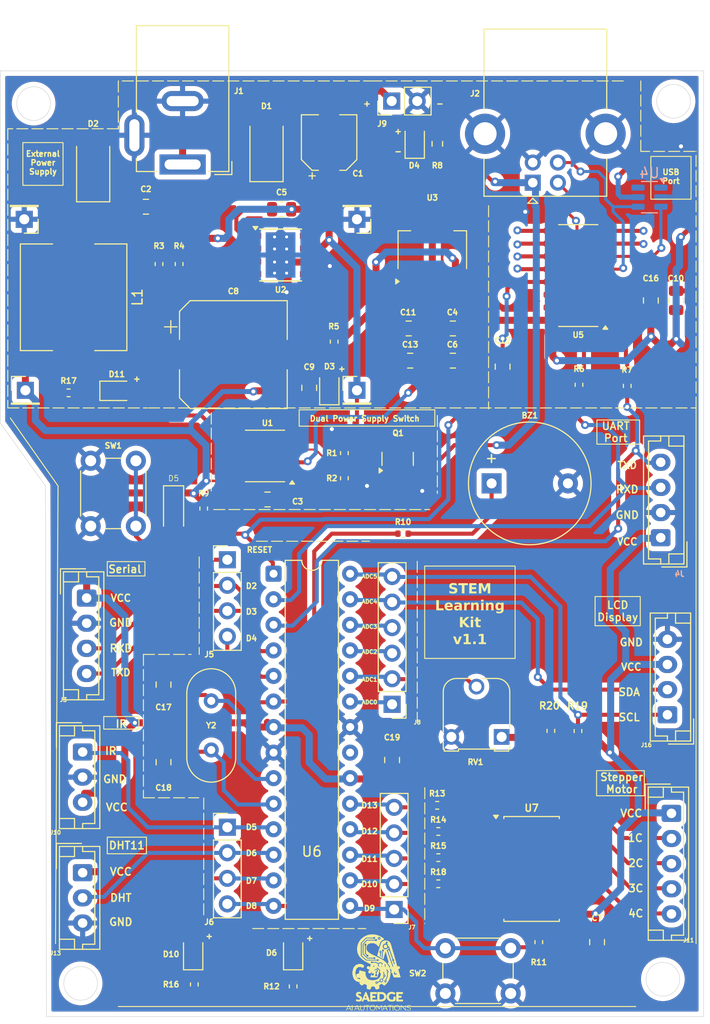
<source format=kicad_pcb>
(kicad_pcb (version 20241229) (generator "pcbnew") (generator_version "9.0")
  (layers (0 "F.Cu" signal) (2 "B.Cu" signal) (13 "F.Paste" user) (15 "B.Paste" user) (5 "F.SilkS" user "F.Silkscreen") (7 "B.SilkS" user "B.Silkscreen") (1 "F.Mask" user) (3 "B.Mask" user) (25 "Edge.Cuts" user))
  (net 0 "")
  (net 1 "/Atmega328-PU/XTAL1")
  (net 2 "GND")
  (net 3 "/Atmega328-PU/XTAL2")
  (net 4 "+5V")
  (net 5 "Vin")
  (net 6 "+3V3")
  (net 7 "/USB-TTL/X1")
  (net 8 "/USB-TTL/X0")
  (net 9 "Net-(U5-V3)")
  (net 10 "PWRIN")
  (net 11 "RESET")
  (net 12 "/USB-TTL/D+")
  (net 13 "/USB-TTL/D-")
  (net 14 "/USB-TTL/DCD")
  (net 15 "/USB-TTL/RI")
  (net 16 "/USB-TTL/DSR")
  (net 17 "/USB-TTL/CTS")
  (net 18 "MISO{slash}D12")
  (net 19 "SCK{slash}D13")
  (net 20 "MOSI{slash}D11")
  (net 21 "D9")
  (net 22 "SS{slash}D10")
  (net 23 "ADC0")
  (net 24 "D8")
  (net 25 "D7")
  (net 26 "D6")
  (net 27 "D5")
  (net 28 "D2")
  (net 29 "D4")
  (net 30 "D3")
  (net 31 "RXD")
  (net 32 "TXD")
  (net 33 "Net-(Q1-G)")
  (net 34 "USB_VCC")
  (net 35 "Net-(U5-TXD)")
  (net 36 "Net-(U5-RXD)")
  (net 37 "ADC1")
  (net 38 "AREF")
  (net 41 "ADC2")
  (net 42 "ADC4")
  (net 43 "ADC3")
  (net 44 "ADC5")
  (net 45 "Net-(D2-K)")
  (net 46 "Net-(D3-A)")
  (net 47 "Net-(D4-A)")
  (net 48 "Net-(U1A-+)")
  (net 55 "Net-(BZ1-+)")
  (net 56 "Net-(U2-BOOT)")
  (net 57 "Net-(U2-VSENSE)")
  (net 63 "Net-(D6-K)")
  (net 64 "Net-(D10-K)")
  (net 65 "Net-(D11-K)")
  (net 66 "/Atmega328-PU/1C")
  (net 67 "/Atmega328-PU/3C")
  (net 68 "/Atmega328-PU/4C")
  (net 69 "/Atmega328-PU/2C")
  (net 70 "Net-(U5-~{DTR})")
  (net 71 "Net-(U7-I1)")
  (net 72 "Net-(U7-I2)")
  (net 73 "Net-(U7-I3)")
  (net 74 "Net-(U7-I4)")
  (footprint "Resistor_SMD:R_0402_1005Metric" (layer "F.Cu") (at 105.6 159.6)
    (property "Reference" "R14")
    (property "Value" "1kR")
  )
  (footprint "Connector_JST:JST_EH_B4B-EH-A_1x04_P2.50mm_Vertical" (layer "F.Cu") (at 127.732114 130.4 90)
    (property "Reference" "J4")
    (property "Value" "Conn_01x04" (hide yes))
  )
  (footprint "LED_SMD:LED_0805_2012Metric" (layer "F.Cu") (at 94.75 115.5 90)
    (property "Reference" "D3")
    (property "Value" "LED" (hide yes))
  )
  (footprint "Diode_SMD:D_SOD-123" (layer "F.Cu") (at 79.25 127.6 -90)
    (property "Reference" "D5")
    (property "Value" "1N4148W")
  )
  (footprint "Package_DIP:DIP-28_W7.62mm" (layer "F.Cu") (at 89.2 133.98)
    (property "Reference" "U6")
    (property "Value" "ATmega328-P")
  )
  (footprint "Connector_PinHeader_2.54mm:PinHeader_1x04_P2.54mm_Vertical" (layer "F.Cu") (at 84.6 159.18)
    (property "Reference" "J6")
    (property "Value" "Conn_01x04" (hide yes))
  )
  (footprint "Resistor_SMD:R_0402_1005Metric" (layer "F.Cu") (at 115.6 170.6 -90)
    (property "Reference" "R11")
    (property "Value" "10kR")
  )
  (footprint "Resistor_SMD:R_0402_1005Metric" (layer "F.Cu") (at 68.8 116 180)
    (property "Reference" "R17")
    (property "Value" "1kR")
  )
  (footprint "Capacitor_SMD:C_0805_2012Metric" (layer "F.Cu") (at 78.25 145 90)
    (property "Reference" "C17")
    (property "Value" "22pF")
  )
  (footprint "LED_SMD:LED_0805_2012Metric" (layer "F.Cu") (at 103.25 91 90)
    (property "Reference" "D4")
    (property "Value" "LED" (hide yes))
  )
  (footprint "Capacitor_SMD:C_0805_2012Metric" (layer "F.Cu") (at 107.05 112.8)
    (property "Reference" "C6")
    (property "Value" "100nF")
  )
  (footprint "Inductor_SMD:L_10.4x10.4_H4.8" (layer "F.Cu") (at 69.3 106.5 -90)
    (property "Reference" "L1")
    (property "Value" "15uH")
  )
  (footprint "Resistor_SMD:R_0402_1005Metric" (layer "F.Cu") (at 119.499145 149.615128 90)
    (property "Reference" "R19")
    (property "Value" "10kR")
  )
  (footprint "Capacitor_SMD:C_0805_2012Metric" (layer "F.Cu") (at 107.05 109.6)
    (property "Reference" "C4")
    (property "Value" "100nF")
  )
  (footprint "Package_TO_SOT_SMD:SOT-223-3_TabPin2" (layer "F.Cu") (at 105 101.8 90)
    (property "Reference" "U3")
    (property "Value" "NCP1117ST33T3G" (hide yes))
  )
  (footprint "LED_SMD:LED_0805_2012Metric" (layer "F.Cu") (at 73.6 115.8)
    (property "Reference" "D11")
    (property "Value" "LED" (hide yes))
  )
  (footprint "Resistor_SMD:R_0402_1005Metric" (layer "F.Cu") (at 77.8 103.2 90)
    (property "Reference" "R3")
    (property "Value" "10kR")
  )
  (footprint "Resistor_SMD:R_0402_1005Metric" (layer "F.Cu") (at 105.49 157)
    (property "Reference" "R13")
    (property "Value" "1kR")
  )
  (footprint "Resistor_SMD:R_0402_1005Metric" (layer "F.Cu") (at 105.6 162.2)
    (property "Reference" "R15")
    (property "Value" "1kR")
  )
  (footprint "Capacitor_SMD:C_0805_2012Metric" (layer "F.Cu") (at 78.25 152.7125 -90)
    (property "Reference" "C18")
    (property "Value" "22pF")
  )
  (footprint "Capacitor_SMD:C_0805_2012Metric" (layer "F.Cu") (at 112 113.4 -90)
    (property "Reference" "C12")
    (property "Value" "100nF")
  )
  (footprint "Capacitor_SMD:C_0805_2012Metric" (layer "F.Cu") (at 129.27 106.818068 90)
    (property "Reference" "C10")
    (property "Value" "100nF")
  )
  (footprint "Package_SO:TI_SO-PowerPAD-8_ThermalVias" (layer "F.Cu") (at 89.9 102.3)
    (property "Reference" "U2")
    (property "Value" "TPS5430DDA")
  )
  (footprint "Capacitor_SMD:C_0805_2012Metric" (layer "F.Cu") (at 88.6 126.6)
    (property "Reference" "C3")
    (property "Value" "100nF")
  )
  (footprint "Resistor_SMD:R_0402_1005Metric" (layer "F.Cu") (at 119.6 115.2 -90)
    (property "Reference" "R6")
    (property "Value" "1k")
  )
  (footprint "Resistor_SMD:R_0402_1005Metric" (layer "F.Cu") (at 96.25 121.99 -90)
    (property "Reference" "R1")
    (property "Value" "10kR")
  )
  (footprint "Connector_PinHeader_2.54mm:PinHeader_1x01_P2.54mm_Vertical" (layer "F.Cu") (at 97.5 98.75 180)
    (property "Reference" "J15" (hide yes))
    (property "Value" "Conn_01x01" (hide yes))
  )
  (footprint "LED_SMD:LED_0805_2012Metric" (layer "F.Cu") (at 91.15 171.6625 90)
    (property "Reference" "D6")
    (property "Value" "LED" (hide yes))
  )
  (footprint "Connector_PinHeader_2.54mm:PinHeader_1x05_P2.54mm_Vertical" (layer "F.Cu") (at 101.2 167.36 180)
    (property "Reference" "J7")
    (property "Value" "Conn_01x05" (hide yes))
  )
  (footprint "Capacitor_SMD:C_0805_2012Metric" (layer "F.Cu") (at 101 152.5 90)
    (property "Reference" "C19")
    (property "Value" "100nF")
  )
  (footprint "Connector_PinHeader_2.54mm:PinHeader_1x01_P2.54mm_Vertical" (layer "F.Cu") (at 64.5 115.75)
    (property "Reference" "J14" (hide yes))
    (property "Value" "Conn_01x01" (hide yes))
  )
  (footprint "Capacitor_SMD:C_0805_2012Metric" (layer "F.Cu") (at 92.75 115.5 -90)
    (property "Reference" "C9")
    (property "Value" "1uF")
  )
  (footprint "Resistor_SMD:R_0402_1005Metric" (layer "F.Cu") (at 82.25 127.5 -90)
    (property "Reference" "R9")
    (property "Value" "10kR")
  )
  (footprint "Connector_USB:USB_B_Lumberg_2411_02_Horizontal" (layer "F.Cu") (at 115 95.11 90)
    (property "Reference" "J2")
    (property "Value" "USB_B")
  )
  (footprint "Connector_PinHeader_2.54mm:PinHeader_1x02_P2.54mm_Vertical" (layer "F.Cu") (at 100.96 87 90)
    (property "Reference" "J9")
    (property "Value" "Conn_01x02" (hide yes))
  )
  (footprint "Connector_JST:JST_EH_B4B-EH-A_1x04_P2.50mm_Vertical" (layer "F.Cu") (at 70.6 136.4 -90)
    (property "Reference" "J3")
    (property "Value" "Conn_01x04")
  )
  (footprint "Connector_BarrelJack:BarrelJack_GCT_DCJ200-10-A_Horizontal" (layer "F.Cu") (at 80.15 93.3 180)
    (property "Reference" "J1")
    (property "Value" "Barrel_Jack_Switch")
  )
  (footprint "Capacitor_SMD:C_0805_2012Metric" (layer "F.Cu") (at 76.5 97.5 180)
    (property "Reference" "C2")
    (property "Value" "1uF" (hide yes))
  )
  (footprint "Downloads:SAEDGE_LOGO" (layer "F.Cu") (at 99.4 173.6)
    (property "Reference" "G***")
    (property "Value" "LOGO" (hide yes))
  )
  (footprint "Button_Switch_THT:SW_PUSH_6mm_H4.3mm" (layer "F.Cu") (at 106.3 171.2)
    (property "Reference" "SW2")
    (property "Value" "SW_Push")
  )
  (footprint "Diode_SMD:D_SMA" (layer "F.Cu") (at 88.5 91.5 90)
    (property "Reference" "D1")
    (property "Value" "SS14")
  )
  (footprint "Resistor_SMD:R_0402_1005Metric" (layer "F.Cu") (at 105.6 164.8)
    (property "Reference" "R18")
    (property "Value" "1kR")
  )
  (footprint "Capacitor_SMD:CP_Elec_5x5.3" (layer "F.Cu") (at 94.73 91.12 90)
    (property "Reference" "C1")
    (property "Value" "10uF")
  )
  (footprint "LED_SMD:LED_0805_2012Metric" (layer "F.Cu") (at 81.2 171.6625 90)
    (property "Reference" "D10")
    (property "Value" "LED" (hide yes))
  )
  (footprint "Connector_PinHeader_2.54mm:PinHeader_1x01_P2.54mm_Vertical" (layer "F.Cu") (at 97.5 115.75)
    (property "Reference" "J12" (hide yes))
    (property "Value" "Conn_01x01" (hide yes))
  )
  (footprint "Capacitor_SMD:C_0805_2012Metric" (layer "F.Cu") (at 102.8 112.8 180)
    (property "Reference" "C13")
    (property "Value" "100nF")
  )
  (footprint "Connector_PinHeader_2.54mm:PinHeader_1x01_P2.54mm_Vertical" (layer "F.Cu") (at 64.388474 98.75 180)
    (property "Reference" "J17" (hide yes))
    (property "Value" "Conn_01x01" (hide yes))
  )
  (footprint "Connector_JST:JST_EH_B3B-EH-A_1x03_P2.50mm_Vertical" (layer "F.Cu") (at 70.2 151.7 -90)
    (property "Reference" "J10")
    (property "Value" "IR")
  )
  (footprint "Capacitor_SMD:C_0805_2012Metric" (layer "F.Cu") (at 121.4 170.6 -90)
    (property "Reference" "C7")
    (property "Value" "100nF")
  )
  (footprint "Resistor_SMD:R_0402_1005Metric" (layer "F.Cu") (at 116.8 149.6 90)
    (property "Reference" "R20")
    (property "Value" "10kR")
  )
  (footprint "Resistor_SMD:R_0402_1005Metric" (layer "F.Cu") (at 91.15 175 -90)
    (property "Reference" "R12")
    (property "Value" "1kR")
  )
  (footprint "Capacitor_SMD:C_0805_2012Metric" (layer "F.Cu") (at 90 97.75)
    (property "Reference" "C5")
    (property "Value" "1uF")
  )
  (footprint "Resistor_SMD:R_0402_1005Metric" (layer "F.Cu") (at 102.0875 130)
    (property "Reference" "R10")
    (property "Value" "1kR")
  )
  (footprint "Connector_JST:JST_EH_B5B-EH-A_1x05_P2.50mm_Vertical" (layer "F.Cu") (at 128.8 157.8 -90)
    (property "Reference" "J11")
    (property "Value" "StepperMotor")
  )
  (footprint "Crystal:Crystal_HC49-4H_Vertical" (layer "F.Cu") (at 83 151.5 90)
    (property "Reference" "Y2")
    (property "Value" "16MHz")
  )
  (footprint "Buzzer_Beeper:Buzzer_12x9.5RM7.6" (layer "F.Cu") (at 110.9 125)
    (property "Reference" "BZ1")
    (property "Value" "Buzzer")
  )
  (footprint "Resistor_SMD:R_0402_1005Metric" (layer "F.Cu") (at 81.313544 174.802597 -90)
    (property "Reference" "R16")
    (property "Value" "1kR")
  )
  (footprint "Connector_PinHeader_2.54mm:PinHeader_1x04_P2.54mm_Vertical" (layer "F.Cu") (at 84.6 132.59)
    (property "Reference" "J5")
    (property "Value" "Conn_01x04" (hide yes))
  )
  (footprint "Capacitor_SMD:C_0805_2012Metric" (layer "F.Cu") (at 102.65 109.6 180)
    (property "Reference" "C11")
    (property "Value" "100nF")
  )
  (footprint "Resistor_SMD:R_0402_1005Metric" (layer "F.Cu") (at 95.23 110.91 -90)
    (property "Reference" "R5")
    (property "Value" "4.7kR")
  )
  (footprint "Button_Switch_THT:SW_PUSH_6mm_H4.3mm" (layer "F.Cu") (at 75.5 122.75 -90)
    (property "Reference" "SW1")
    (property "Value" "SW_Push" (hide yes))
  )
  (footprint "Package_TO_SOT_SMD:SOT-23" (layer "F.Cu") (at 101.55 122.5625 90)
    (property "Reference" "Q1")
    (property "Value" "AO3401A")
  )
  (footprint "Connector_JST:JST_EH_B4B-EH-A_1x04_P2.50mm_Vertical" (layer "F.Cu") (at 128.4 148 90)
    (property "Reference" "J16")
    (property "Value" "LCD Port")
  )
  (footprint "Package_SO:SOIC-16_3.9x9.9mm_P1.27mm" (layer "F.Cu") (at 119.525 104.343068 180)
    (property "Reference" "U5")
    (property "Value" "CH340G" (hide yes))
  )
  (footprint "Resistor_SMD:R_0603_1608Metric" (layer "F.Cu") (at 105.5 91.25 90)
    (property "Reference" "R8")
    (property "Value" "1k")
  )
  (footprint "Package_SO:SOIC-16W_5.3x10.2mm_P1.27mm" (layer "F.Cu") (at 114.8831 163.32448)
    (property "Reference" "U7")
    (property "Value" "ULN2003")
  )
  (footprint "Resistor_SMD:R_0402_1005Metric" (layer "F.Cu") (at 79.8 103.2 -90)
    (property "Reference" "R4")
    (property "Value" "3.24kR")
  )
  (footprint "Resistor_SMD:R_0402_1005Metric" (layer "F.Cu") (at 124.4 115.31 90)
    (property "Reference" "R7")
    (property "Value" "1k")
  )
  (footprint "Connector_PinHeader_2.54mm:PinHeader_1x06_P2.54mm_Vertical" (layer "F.Cu") (at 101 146.96 180)
    (property "Reference" "J8")
    (property "Value" "Conn_01x06" (hide yes))
  )
  (footprint "Connector_JST:JST_EH_B3B-EH-A_1x03_P2.50mm_Vertical" (layer "F.Cu") (at 70.2 163.7 -90)
    (property "Reference" "J13")
    (property "Value" "DHT11")
  )
  (footprint "Package_SO:SOIC-8_3.9x4.9mm_P1.27mm" (layer "F.Cu") (at 88.35 122.275 180)
    (property "Reference" "U1")
    (property "Value" "LMV358")
  )
  (footprint "Potentiometer_THT:Potentiometer_Runtron_RM-065_Vertical" (layer "F.Cu") (at 111.9 150.2 180)
    (property "Reference" "RV1")
    (property "Value" "10kR")
  )
  (footprint "Resistor_SMD:R_0402_1005Metric" (layer "F.Cu") (at 96.25 124.49 -90)
    (property "Reference" "R2")
    (property "Value" "10kR")
  )
  (footprint "Capacitor_SMD:CP_Elec_10x10.5" (layer "F.Cu") (at 85.2 112.2)
    (property "Reference" "C8")
    (property "Value" "330uF")
  )
  (footprint "Capacitor_SMD:C_0805_2012Metric" (layer "F.Cu") (at 126.75 106.818068 90)
    (property "Reference" "C16")
    (property "Value" "22pF")
  )
  (footprint "Diode_SMD:D_SMA" (layer "F.Cu") (at 71.25 93.5 90)
    (property "Reference" "D2")
    (property "Value" "B340A")
  )
  (footprint "Package_TO_SOT_SMD:SOT-23-6" (layer "B.Cu") (at 126.6125 96.55 180)
    (property "Reference" "U4")
    (property "Value" "SRV05-4")
  )
  (gr_rect (start 121.35 153.55) (end 126.1 156.05) (stroke (width 0.1)) (fill no) (layer "F.SilkS"))
  (gr_line (start 73.75 89.75) (end 62.75 89.75) (stroke (width 0.1) (type dash)) (layer "F.SilkS"))
  (gr_line (start 125.75 92) (end 125.75 85) (stroke (width 0.1) (type dash)) (layer "F.SilkS"))
  (gr_line (start 63 118.5) (end 67.75 125.25) (stroke (width 0.1)) (layer "F.SilkS"))
  (gr_line (start 76.25 142) (end 76.25 156.25) (stroke (width 0.1) (type dash)) (layer "F.SilkS"))
  (gr_line (start 99.25 85) (end 73.75 85) (stroke (width 0.1) (type dash)) (layer "F.SilkS"))
  (gr_rect (start 64.25 91.125) (end 68.25 95.375) (stroke (width 0.1)) (fill no) (layer "F.SilkS"))
  (gr_line (start 87.125 169.25) (end 98.375 169.25) (stroke (width 0.1) (type dash)) (layer "F.SilkS"))
  (gr_line (start 62.75 89.75) (end 62.75 117.5) (stroke (width 0.1) (type dash)) (layer "F.SilkS"))
  (gr_rect (start 121.2 136.25) (end 125.7 139.15) (stroke (width 0.1)) (fill no) (layer "F.SilkS"))
  (gr_rect (start 91.75 117.6875) (end 105.25 119.3125) (stroke (width 0.1)) (fill no) (layer "F.SilkS"))
  (gr_line (start 67.75 125.25) (end 67.5 170.75) (stroke (width 0.1)) (layer "F.SilkS"))
  (gr_line (start 131.25 117.5) (end 131.25 155.14) (stroke (width 0.1)) (layer "F.SilkS"))
  (gr_line (start 62.75 117.5) (end 76.625 117.5) (stroke (width 0.1) (type dash)) (layer "F.SilkS"))
  (gr_line (start 87.5 130.75) (end 98.75 130.75) (stroke (width 0.1) (type dash)) (layer "F.SilkS"))
  (gr_rect (start 121.382114 118.7) (end 125.632114 121.1) (stroke (width 0.1)) (fill no) (layer "F.SilkS"))
  (gr_line (start 82.25 156.28) (end 82.25 168.22) (stroke (width 0.1) (type dash)) (layer "F.SilkS"))
  (gr_line (start 105.5 118.25) (end 105.5 126) (stroke (width 0.1) (type dash)) (layer "F.SilkS"))
  (gr_line (start 76.75 117.5) (end 99.25 117.5) (stroke (width 0.1) (type dash)) (layer "F.SilkS"))
  (gr_line (start 73.75 177) (end 125.25 177) (stroke (width 0.1)) (layer "F.SilkS"))
  (gr_line (start 104.25 155.25) (end 104.25 168.75) (stroke (width 0.1) (type dash)) (layer "F.SilkS"))
  (gr_rect (start 72.65 132.775) (end 76.4 134.2) (stroke (width 0.1)) (fill no) (layer "F.SilkS"))
  (gr_line (start 83 118) (end 83 125.75) (stroke (width 0.1) (type dash)) (layer "F.SilkS"))
  (gr_line (start 76.25 156.25) (end 81.75 156.25) (stroke (width 0.1) (type dash)) (layer "F.SilkS"))
  (gr_line (start 131.25 117.5) (end 131.25 92) (stroke (width 0.1) (type dash)) (layer "F.SilkS"))
  (gr_line (start 81.8 132.31) (end 81.8 142) (stroke (width 0.1) (type dash)) (layer "F.SilkS"))
  (gr_rect (start 126.75 92.5) (end 130.75 96.75) (stroke (width 0.1)) (fill no) (layer "F.SilkS"))
  (gr_line (start 110.6 97.4) (end 110.6 117.6) (stroke (width 0.1) (type dash)) (layer "F.SilkS"))
  (gr_line (start 73.75 85) (end 73.75 89.75) (stroke (width 0.1) (type dash)) (layer "F.SilkS"))
  (gr_line (start 99.25 117.5) (end 131.25 117.5) (stroke (width 0.1) (type dash)) (layer "F.SilkS"))
  (gr_rect (start 104.241332 133.22) (end 113.241332 142.4) (stroke (width 0.1)) (fill no) (layer "F.SilkS"))
  (gr_line (start 103.5 132.75) (end 103.5 148.75) (stroke (width 0.1) (type dash)) (layer "F.SilkS"))
  (gr_rect (start 72.3 148.175) (end 75.8 149.425) (stroke (width 0.1)) (fill no) (layer "F.SilkS"))
  (gr_line (start 131.125 92) (end 125.75 92) (stroke (width 0.1) (type dash)) (layer "F.SilkS"))
  (gr_rect (start 72.65 160.165) (end 76.55 161.815) (stroke (width 0.1)) (fill no) (layer "F.SilkS"))
  (gr_line (start 131.25 155.14) (end 131.25 170.75) (stroke (width 0.1)) (layer "F.SilkS"))
  (gr_line (start 124 85) (end 99.25 85) (stroke (width 0.1) (type dash)) (layer "F.SilkS"))
  (gr_line (start 83.25 127.6) (end 104.75 127.6) (stroke (width 0.1) (type dash)) (layer "F.SilkS"))
  (gr_line (start 76.25 142) (end 81 142) (stroke (width 0.1) (type dash)) (layer "F.SilkS"))
  (gr_line (start 62 119) (end 62 84) (stroke (width 0.05)) (layer "Edge.Cuts"))
  (gr_circle (center 127.944546 174.282905) (end 126.444546 175.032905) (stroke (width 0.05)) (fill no) (layer "Edge.Cuts"))
  (gr_line (start 62 119) (end 66.5 125.25) (stroke (width 0.05)) (layer "Edge.Cuts"))
  (gr_line (start 66.5 125.25) (end 66.6 178) (stroke (width 0.05)) (layer "Edge.Cuts"))
  (gr_circle (center 70 174.697949) (end 69.25 173.197949) (stroke (width 0.05)) (fill no) (layer "Edge.Cuts"))
  (gr_line (start 132 84) (end 132 178) (stroke (width 0.05)) (layer "Edge.Cuts"))
  (gr_circle (center 129.009982 87.016586) (end 127.509982 87.766586) (stroke (width 0.05)) (fill no) (layer "Edge.Cuts"))
  (gr_line (start 132 84) (end 62 84) (stroke (width 0.05)) (layer "Edge.Cuts"))
  (gr_line (start 66.6 178) (end 132 178) (stroke (width 0.05)) (layer "Edge.Cuts"))
  (gr_circle (center 65.322949 87.25) (end 66.072949 88.75) (stroke (width 0.05)) (fill no) (layer "Edge.Cuts"))
  (gr_text "USB\nPort" (at 128.75 94.5 0) (layer "F.SilkS") (effects (font (size 0.55 0.55) (thickness 0.1375))))
  (gr_text "VCC" (at 124.8 143.25 0) (layer "F.SilkS") (effects (font (size 0.7 0.7) (thickness 0.15) (bold yes))))
  (gr_text "D12" (at 98.75 159.58 0) (layer "F.SilkS") (effects (font (size 0.55 0.55) (thickness 0.1375))))
  (gr_text "D13" (at 98.75 157 0) (layer "F.SilkS") (effects (font (size 0.55 0.55) (thickness 0.1375))))
  (gr_text "+" (at 92.8 170.2 0) (layer "F.SilkS") (effects (font (size 0.55 0.55) (thickness 0.1375))))
  (gr_text "ADC0" (at 98.75 146.75 0) (layer "F.SilkS") (effects (font (size 0.4 0.4) (thickness 0.1))))
  (gr_text "VCC" (at 74 136.4 0) (layer "F.SilkS") (effects (font (size 0.7 0.7) (thickness 0.15) (bold yes))))
  (gr_text "IR" (at 74.05 148.925 0) (layer "F.SilkS") (effects (font (size 0.75 0.75) (thickness 0.15) (bold yes))))
  (gr_text "GND" (at 124.8 140.8 0) (layer "F.SilkS") (effects (font (size 0.75 0.75) (thickness 0.15) (bold yes))))
  (gr_text "ADC3" (at 98.75 139.25 0) (layer "F.SilkS") (effects (font (size 0.4 0.4) (thickness 0.1))))
  (gr_text "GND" (at 74 138.85 0) (layer "F.SilkS") (effects (font (size 0.75 0.75) (thickness 0.15) (bold yes))))
  (gr_text "3C" (at 125.25 165.25 0) (layer "F.SilkS") (effects (font (size 0.75 0.75) (thickness 0.15) (bold yes))))
  (gr_text "Serial" (at 74.4 133.525 0) (layer "F.SilkS") (effects (font (size 0.75 0.75) (thickness 0.15) (bold yes))))
  (gr_text "D7" (at 87 164.5 0) (layer "F.SilkS") (effects (font (size 0.55 0.55) (thickness 0.1375))))
  (gr_text "TXD" (at 124.4 123.2 0) (layer "F.SilkS") (effects (font (size 0.7 0.7) (thickness 0.15) (bold yes))))
  (gr_text "1C" (at 125.2 160.25 0) (layer "F.SilkS") (effects (font (size 0.75 0.75) (thickness 0.15) (bold yes))))
  (gr_text "TXD" (at 74 143.8 0) (layer "F.SilkS") (effects (font (size 0.7 0.7) (thickness 0.15) (bold yes))))
  (gr_text "GND" (at 73.4 154.4 0) (layer "F.SilkS") (effects (font (size 0.75 0.75) (thickness 0.15) (bold yes))))
  (gr_text "ADC1" (at 98.75 144.5 0) (layer "F.SilkS") (effects (font (size 0.4 0.4) (thickness 0.1))))
  (gr_text "-" (at 105.75 87.25 0) (layer "F.SilkS") (effects (font (size 0.55 0.55) (thickness 0.1375))))
  (gr_text "DHT11" (at 74.6 160.99 0) (layer "F.SilkS") (effects (font (size 0.75 0.75) (thickness 0.15) (bold yes))))
  (gr_text "2C" (at 125.25 162.75 0) (layer "F.SilkS") (effects (font (size 0.75 0.75) (thickness 0.15) (bold yes))))
  (gr_text "D4" (at 87 140.4 0) (layer "F.SilkS") (effects (font (size 0.55 0.55) (thickness 0.1375))))
  (gr_text "GND" (at 74 168.6 0) (layer "F.SilkS") (effects (font (size 0.75 0.75) (thickness 0.15) (bold yes))))
  (gr_text "ADC5" (at 98.75 134.25 0) (layer "F.SilkS") (effects (font (size 0.4 0.4) (thickness 0.1))))
  (gr_text "D3" (at 87 137.75 0) (layer "F.SilkS") (effects (font (size 0.55 0.55) (thickness 0.1375))))
  (gr_text "D2" (at 87 135.2 0) (layer "F.SilkS") (effects (font (size 0.55 0.55) (thickness 0.1375))))
  (gr_text "RXD" (at 124.4 125.6 0) (layer "F.SilkS") (effects (font (size 0.75 0.75) (thickness 0.15) (bold yes))))
  (gr_text "RESET" (at 87.8 131.6 0) (layer "F.SilkS") (effects (font (size 0.55 0.55) (thickness 0.1375))))
  (gr_text "Stepper\nMotor" (at 123.85 154.8 0) (layer "F.SilkS") (effects (font (size 0.75 0.75) (thickness 0.15) (bold yes))))
  (gr_text "VCC" (at 73.6 157.2 0) (layer "F.SilkS") (effects (font (size 0.75 0.75) (thickness 0.15) (bold yes))))
  (gr_text "-" (at 101.6 92 0) (layer "F.SilkS") (effects (font (size 0.55 0.55) (thickness 0.1375))))
  (gr_text "+" (at 96 113.6 0) (layer "F.SilkS") (effects (font (size 0.55 0.55) (thickness 0.1375))))
  (gr_text "ADC2" (at 98.75 141.75 0) (layer "F.SilkS") (effects (font (size 0.4 0.4) (thickness 0.1))))
  (gr_text "D9" (at 98.75 167.25 0) (layer "F.SilkS") (effects (font (size 0.55 0.55) (thickness 0.1375))))
  (gr_text "ADC4" (at 98.75 136.75 0) (layer "F.SilkS") (effects (font (size 0.4 0.4) (thickness 0.1))))
  (gr_text "+" (at 75.6 114.6 0) (layer "F.SilkS") (effects (font (size 0.55 0.55) (thickness 0.1375))))
  (gr_text "D6" (at 87 161.75 0) (layer "F.SilkS") (effects (font (size 0.55 0.55) (thickness 0.1375))))
  (gr_text "UART\nPort" (at 123.257114 119.9 0) (layer "F.SilkS") (effects (font (size 0.75 0.75) (thickness 0.1375))))
  (gr_text "D8" (at 87 167 0) (layer "F.SilkS") (effects (font (size 0.55 0.55) (thickness 0.1375))))
  (gr_text "SCL" (at 124.6 148.25 0) (layer "F.SilkS") (effects (font (size 0.75 0.75) (thickness 0.15) (bold yes))))
  (gr_text "4C" (at 125.25 167.75 0) (layer "F.SilkS") (effects (font (size 0.75 0.75) (thickness 0.15) (bold yes))))
  (gr_text "+" (at 101.6 90 0) (layer "F.SilkS") (effects (font (size 0.55 0.55) (thickness 0.1375))))
  (gr_text "+" (at 98.5 87.25 0) (layer "F.SilkS") (effects (font (size 0.55 0.55) (thickness 0.1375))))
  (gr_text "D10" (at 98.75 164.83 0) (layer "F.SilkS") (effects (font (size 0.55 0.55) (thickness 0.1375))))
  (gr_text "DHT" (at 74 166.2 0) (layer "F.SilkS") (effects (font (size 0.75 0.75) (thickness 0.15) (bold yes))))
  (gr_text "D11" (at 98.75 162.33 0) (layer "F.SilkS") (effects (font (size 0.55 0.55) (thickness 0.1375))))
  (gr_text "Dual Power Supply Switch" (at 98.275 118.5625 0) (layer "F.SilkS") (effects (font (size 0.55 0.55) (thickness 0.1375))))
  (gr_text "External\nPower\nSupply" (at 66.25 93.125 0) (layer "F.SilkS") (effects (font (size 0.55 0.55) (thickness 0.1375))))
  (gr_text "STEM\nLearning\nKit\nv1.1" (at 108.741332 141.15 0) (layer "F.SilkS") (effects (font (size 1 1) (thickness 0.2) (bold yes)) (justify bottom)))
  (gr_text "+" (at 82.8 170 0) (layer "F.SilkS") (effects (font (size 0.55 0.55) (thickness 0.1375))))
  (gr_text "RXD" (at 74 141.4 0) (layer "F.SilkS") (effects (font (size 0.75 0.75) (thickness 0.15) (bold yes))))
  (gr_text "LCD\nDisplay" (at 123.45 137.7 0) (layer "F.SilkS") (effects (font (size 0.75 0.75) (thickness 0.1375))))
  (gr_text "VCC" (at 124.8 157.8 0) (layer "F.SilkS") (effects (font (size 0.75 0.75) (thickness 0.15) (bold yes))))
  (gr_text "GND" (at 124.4 128.15 0) (layer "F.SilkS") (effects (font (size 0.75 0.75) (thickness 0.15) (bold yes))))
  (gr_text "VCC" (at 124.4 130.8 0) (layer "F.SilkS") (effects (font (size 0.7 0.7) (thickness 0.15) (bold yes))))
  (gr_text "SDA" (at 124.6 145.75 0) (layer "F.SilkS") (effects (font (size 0.75 0.75) (thickness 0.15) (bold yes))))
  (gr_text "VCC" (at 74 163.6 0) (layer "F.SilkS") (effects (font (size 0.75 0.75) (thickness 0.15) (bold yes))))
  (gr_text "D5" (at 87 159.17 0) (layer "F.SilkS") (effects (font (size 0.55 0.55) (thickness 0.1375))))
  (gr_text "IR" (at 73 151.6 0) (layer "F.SilkS") (effects (font (size 0.75 0.75) (thickness 0.15) (bold yes))))
  (segment (start 82.4175 146.0375) (end 83 146.62) (width 0.404) (layer "F.Cu") (net 1))
  (segment (start 78.25 146.0375) (end 82.4175 146.0375) (width 0.404) (layer "F.Cu") (net 1))
  (segment (start 89.13 154.38) (end 87.38 154.38) (width 0.404) (layer "B.Cu") (net 1))
  (segment (start 85.75 152.75) (end 85.75 147.75) (width 0.404) (layer "B.Cu") (net 1))
  (segment (start 85.75 147.75) (end 84.62 146.62) (width 0.404) (layer "B.Cu") (net 1))
  (segment (start 84.62 146.62) (end 83 146.62) (width 0.404) (layer "B.Cu") (net 1))
  (segment (start 87.38 154.38) (end 85.75 152.75) (width 0.404) (layer "B.Cu") (net 1))
  (segment (start 94.335 102.935) (end 94.8 103.4) (width 0.7) (layer "F.Cu") (net 2))
  (segment (start 90.5 104.1) (end 90.5 106) (width 1) (layer "F.Cu") (net 2))
  (segment (start 122.02 108.808068) (end 122 108.788068) (width 0.404) (layer "F.Cu") (net 2))
  (segment (start 90.5 103) (end 92.535 103) (width 0.7) (layer "F.Cu") (net 2))
  (segment (start 92.6 102.935) (end 94.335 102.935) (width 0.7) (layer "F.Cu") (net 2))
  (via (at 104 125.75) (size 0.8) (drill 0.4) (layers "F.Cu" "B.Cu") (net 2))
  (via (at 90.5 106) (size 0.8) (drill 0.4) (layers "F.Cu" "B.Cu") (net 2))
  (via (at 95 119.6) (size 0.8) (drill 0.4) (layers "F.Cu" "B.Cu") (net 2))
  (via (at 129.75 91.5) (size 0.8) (drill 0.4) (layers "F.Cu" "B.Cu") (net 2))
  (via (at 98.5 125.25) (size 0.8) (drill 0.4) (layers "F.Cu" "B.Cu") (net 2))
  (via (at 94.8 103.4) (size 0.8) (drill 0.4) (layers "F.Cu" "B.Cu") (net 2))
  (via (at 114.25 98) (size 0.8) (drill 0.4) (layers "F.Cu" "B.Cu") (net 2))
  (via (at 129.75 91.5) (size 0.8) (drill 0.4) (layers "F.Cu" "B.Cu") (net 2))
  (segment (start 97.2 119.6) (end 98.5 120.9) (width 0.7) (layer "B.Cu") (net 2))
  (segment (start 129.75 91.5) (end 129.75 96) (width 0.5) (layer "B.Cu") (net 2))
  (segment (start 129.75 96) (end 129.2 96.55) (width 0.5) (layer "B.Cu") (net 2))
  (segment (start 95 119.6) (end 97.2 119.6) (width 0.7) (layer "B.Cu") (net 2))
  (segment (start 98.5 120.9) (end 98.5 125.25) (width 0.7) (layer "B.Cu") (net 2))
  (segment (start 129.2 96.55) (end 127.75 96.55) (width 0.5) (layer "B.Cu") (net 2))
  (segment (start 98.5 125.25) (end 99 125.75) (width 0.7) (layer "B.Cu") (net 2))
  (segment (start 99 125.75) (end 104 125.75) (width 0.7) (layer "B.Cu") (net 2))
  (segment (start 82.825 151.675) (end 83 151.5) (width 0.404) (layer "F.Cu") (net 3))
  (segment (start 78.25 151.675) (end 82.825 151.675) (width 0.404) (layer "F.Cu") (net 3))
  (segment (start 83 151.5) (end 84.25 152.75) (width 0.404) (layer "B.Cu") (net 3))
  (segment (start 84.25 155.5) (end 85.67 156.92) (width 0.404) (layer "B.Cu") (net 3))
  (segment (start 85.67 156.92) (end 89.13 156.92) (width 0.404) (layer "B.Cu") (net 3))
  (segment (start 84.25 152.75) (end 84.25 155.5) (width 0.404) (layer "B.Cu") (net 3))
  (segment (start 87.1925 115.87) (end 87.2625 115.8) (width 0.7) (layer "F.Cu") (net 4))
  (segment (start 106.1 112.8) (end 106.1 109.6) (width 0.7) (layer "F.Cu") (net 4))
  (segment (start 87.18 124.18) (end 85.875 124.18) (width 0.7) (layer "F.Cu") (net 4))
  (segment (start 75.55 111.45) (end 75.55 111.75) (width 0.7) (layer "F.Cu") (net 4))
  (segment (start 99.9625 153.5375) (end 101 153.5375) (width 0.7) (layer "F.Cu") (net 4))
  (segment (start 76.2 105.31) (end 77.8 103.71) (width 0.7) (layer "F.Cu") (net 4))
  (segment (start 96.4 110.4) (end 97.6 109.2) (width 0.7) (layer "F.Cu") (net 4))
  (segment (start 107.3 104.95) (end 107.3 102.9) (width 0.7) (layer "F.Cu") (net 4))
  (segment (start 72.4 155.8) (end 70.4 155.8) (width 0.7) (layer "F.Cu") (net 4))
  (segment (start 69.3 125.95) (end 68.5 126.75) (width 0.7) (layer "F.Cu") (net 4))
  (segment (start 93.0425 110.4575) (end 92.75 110.75) (width 0.7) (layer "F.Cu") (net 4))
  (segment (start 86.82 149.22) (end 89.2 149.22) (width 0.7) (layer "F.Cu") (net 4))
  (segment (start 115 153) (end 115 151) (width 0.7) (layer "F.Cu") (net 4))
  (segment (start 74.4 149.8) (end 74.4 153.8) (width 0.7) (layer "F.Cu") (net 4))
  (segment (start 107.3 102.9) (end 107 102.6) (width 0.7) (layer "F.Cu") (net 4))
  (segment (start 114.25 150.25) (end 115 151) (width 0.7) (layer "F.Cu") (net 4))
  (segment (start 115 151) (end 115.75 151) (width 0.7) (layer "F.Cu") (net 4))
  (segment (start 99.12 154.38) (end 99.9625 153.5375) (width 0.7) (layer "F.Cu") (net 4))
  (segment (start 117 112.4) (end 117 110.4) (width 0.7) (layer "F.Cu") (net 4))
  (segment (start 70 163.6) (end 72.2 163.6) (width 0.7) (layer "F.Cu") (net 4))
  (segment (start 68.5 126.75) (end 68.5 131.5) (width 0.7) (layer "F.Cu") (net 4))
  (segment (start 74.4 153.8) (end 72.4 155.8) (width 0.7) (layer "F.Cu") (net 4))
  (segment (start 107.3 106.9) (end 107.3 104.95) (width 0.7) (layer "F.Cu") (net 4))
  (segment (start 116.43052 167.76948) (end 118.1331 167.76948) (width 0.7) (layer "F.Cu") (net 4))
  (segment (start 129.5 93.5) (end 124.5 93.5) (width 0.5) (layer "F.Cu") (net 4))
  (segment (start 84.85 124.18) (end 85.875 124.18) (width 0.25) (layer "F.Cu") (net 4))
  (segment (start 73.2 162.6) (end 73.2 156.6) (width 0.7) (layer "F.Cu") (net 4))
  (segment (start 117.05 108.788068) (end 117.05 110.4) (width 0.7) (layer "F.Cu") (net 4))
  (segment (start 101 153.5375) (end 101.2125 153.75) (width 0.7) (layer "F.Cu") (net 4))
  (segment (start 118.055 167.825) (end 121.25 167.825) (width 0.7) (layer "F.Cu") (net 4))
  (segment (start 87.65 126.6) (end 87.65 124.65) (width 0.7) (layer "F.Cu") (net 4))
  (segment (start 88.95 115.8) (end 90.2 114.55) (width 0.7) (layer "F.Cu") (net 4))
  (segment (start 124.5 93.5) (end 123.5 94.5) (width 0.5) (layer "F.Cu") (net 4))
  (segment (start 117.4 112.8) (end 117 112.4) (width 0.7) (layer "F.Cu") (net 4))
  (segment (start 127.52 111.148068) (end 128.77 111.148068) (width 0.7) (layer "F.Cu") (net 4))
  (segment (start 82.5 124.75) (end 84.28 124.75) (width 0.25) (layer "F.Cu") (net 4))
  (segment (start 64.5 113) (end 66.05 111.45) (width 0.7) (layer "F.Cu") (net 4))
  (segment (start 106.1 108.1) (end 107.3 106.9) (width 0.7) (layer "F.Cu") (net 4))
  (segment (start 121.25 169.5) (end 121.4 169.65) (width 0.7) (layer "F.Cu") (net 4))
  (segment (start 115.75 151) (end 116.55 150.2) (width 0.7) (layer "F.Cu") (net 4))
  (segment (start 118.16 108.788068) (end 117.05 108.788068) (width 0.7) (layer "F.Cu") (net 4))
  (segment (start 130.5 99.75) (end 130.5 94.5) (width 0.5) (layer "F.Cu") (net 4))
  (segment (start 73.2 156.6) (end 72.4 155.8) (width 0.7) (layer "F.Cu") (net 4))
  (segment (start 84.28 124.75) (end 84.85 124.18) (width 0.25) (layer "F.Cu") (net 4))
  (segment (start 101.5 121.575) (end 101.55 121.625) (width 0.7) (layer "F.Cu") (net 4))
  (segment (start 75.4 148.8) (end 74.4 149.8) (width 0.7) (layer "F.Cu") (net 4))
  (segment (start 99.4 107.4) (end 99.4 103) (width 0.7) (layer "F.Cu") (net 4))
  (segment (start 95.23 110.4575) (end 93.0425 110.4575) (width 0.5) (layer "F.Cu") (net 4))
  (segment (start 86.4 148.8) (end 86.82 149.22) (width 0.7) (layer "F.Cu") (net 4))
  (segment (start 70.6 133.6) (end 70.6 136.4) (width 0.7) (layer "F.Cu") (net 4))
  (segment (start 101.5 120.1) (end 101.5 121.575) (width 0.7) (layer "F.Cu") (net 4))
  (segment (start 66.05 111.45) (end 75.55 111.45) (width 0.7) (layer "F.Cu") (net 4))
  (segment (start 109.7 106.9) (end 111.588068 108.788068) (width 0.7) (layer "F.Cu") (net 4))
  (segment (start 111.75 150.25) (end 114.25 150.25) (width 0.7) (layer "F.Cu") (net 4))
  (segment (start 128.77 111.148068) (end 129.27 110.648068) (width 0.7) (layer "F.Cu") (net 4))
  (segment (start 72.2 163.6) (end 73.2 162.6) (width 0.7) (layer "F.Cu") (net 4))
  (segment (start 76.2 110.8) (end 76.2 105.31) (width 0.7) (layer "F.Cu") (net 4))
  (segment (start 79.25 125.95) (end 69.3 125.95) (width 0.7) (layer "F.Cu") (net 4))
  (segment (start 103.8 117.8) (end 101.5 120.1) (width 0.7) (layer "F.Cu") (net 4))
  (segment (start 75.4 148.8) (end 86.4 148.8) (width 0.7) (layer "F.Cu") (net 4))
  (segment (start 75.55 111.45) (end 76.2 110.8) (width 0.7) (layer "F.Cu") (net 4))
  (segment (start 126.75 110.168068) (end 126.75 107.768068) (width 0.7) (layer "F.Cu") (net 4))
  (segment (start 121.12 150.2) (end 122.67 151.75) (width 0.7) (layer "F.Cu") (net 4))
  (segment (start 64.5 115.75) (end 64.5 113) (width 0.7) (layer "F.Cu") (net 4))
  (segment (start 115.6 170.09) (end 115.6 168.6) (width 0.7) (layer "F.Cu") (net 4))
  (segment (start 129.27 110.648068) (end 129.27 107.768068) (width 0.7) (layer "F.Cu") (net 4))
  (segment (start 88.58 148.75) (end 89.13 149.3) (width 0.7) (layer "F.Cu") (net 4))
  (segment (start 129.75 100.5) (end 130.5 99.75) (width 0.5) (layer "F.Cu") (net 4))
  (segment (start 107.3 106.9) (end 109.7 106.9) (width 0.7) (layer "F.Cu") (net 4))
  (segment (start 87.2625 115.8) (end 88.95 115.8) (width 0.7) (layer "F.Cu") (net 4))
  (segment (start 76 112.2) (end 81 112.2) (width 0.7) (layer "F.Cu") (net 4))
  (segment (start 116.55 150.2) (end 121.12 150.2) (width 0.7) (layer "F.Cu") (net 4))
  (segment (start 130.5 94.5) (end 129.5 93.5) (width 0.5) (layer "F.Cu") (net 4))
  (segment (start 126.77 110.398068) (end 127.52 111.148068) (width 0.7) (layer "F.Cu") (net 4))
  (segment (start 101.2125 153.75) (end 114.25 153.75) (width 0.7) (layer "F.Cu") (net 4))
  (segment (start 96.75 154.38) (end 99.12 154.38) (width 0.7) (layer "F.Cu") (net 4))
  (segment (start 106.1 109.6) (end 106.1 108.1) (width 0.7) (layer "F.Cu") (net 4))
  (segment (start 105.4 115.6) (end 106.1 114.9) (width 0.7) (layer "F.Cu") (net 4))
  (segment (start 95.23 110.4) (end 96.4 110.4) (width 0.7) (layer "F.Cu") (net 4))
  (segment (start 105.4 115.6) (end 103.8 117.2) (width 0.7) (layer "F.Cu") (net 4))
  (segment (start 81.311 125.95) (end 82.25 126.889) (width 0.7) (layer "F.Cu") (net 4))
  (segment (start 92.75 110.75) (end 92.75 114.55) (width 0.7) (layer "F.Cu") (net 4))
  (segment (start 68.5 131.5) (end 70.6 133.6) (width 0.7) (layer "F.Cu") (net 4))
  (segment (start 115.6 168.6) (end 116.43052 167.76948) (width 0.7) (layer "F.Cu") (net 4))
  (segment (start 75.55 111.75) (end 76 112.2) (width 0.7) (layer "F.Cu") (net 4))
  (segment (start 79.25 125.95) (end 81.311 125.95) (width 0.7) (layer "F.Cu") (net 4))
  (segment (start 103.8 117.2) (end 103.8 117.8) (width 0.7) (layer "F.Cu") (net 4))
  (segment (start 121.25 167.75) (end 121.25 169.5) (width 0.7) (layer "F.Cu") (net 4))
  (segment (start 106.1 114.9) (end 106.1 112.8) (width 0.7) (layer "F.Cu") (net 4))
  (segment (start 87.65 124.65) (end 87.18 124.18) (width 0.7) (layer "F.Cu") (net 4))
  (segment (start 90.2 114.55) (end 92.75 114.55) (width 0.7) (layer "F.Cu") (net 4))
  (segment (start 114.25 153.75) (end 115 153) (width 0.7) (layer "F.Cu") (net 4))
  (segment (start 97.6 109.2) (end 99.4 107.4) (width 0.7) (layer "F.Cu") (net 4))
  (segment (start 111.588068 108.788068) (end 117.05 108.788068) (width 0.7) (layer "F.Cu") (net 4))
  (via (at 87.1925 115.87) (size 0.8) (drill 0.4) (layers "F.Cu" "B.Cu") (net 4))
  (via (at 99.4 103) (size 0.8) (drill 0.4) (layers "F.Cu" "B.Cu") (net 4))
  (via (at 122.67 151.75) (size 0.8) (drill 0.4) (layers "F.Cu" "B.Cu") (net 4))
  (via (at 129.27 110.648068) (size 0.8) (drill 0.4) (layers "F.Cu" "B.Cu") (net 4))
  (via (at 82.5 124.75) (size 0.8) (drill 0.4) (layers "F.Cu" "B.Cu") (net 4))
  (via (at 107 102.6) (size 0.8) (drill 0.4) (layers "F.Cu" "B.Cu") (net 4))
  (via (at 121.25 167.75) (size 0.8) (drill 0.4) (layers "F.Cu" "B.Cu") (net 4))
  (via (at 117.4 112.8) (size 0.8) (drill 0.4) (layers "F.Cu" "B.Cu") (net 4))
  (via (at 126.77 110.398068) (size 0.8) (drill 0.4) (layers "F.Cu" "B.Cu") (net 4))
  (via (at 75.4 148.8) (size 0.8) (drill 0.4) (layers "F.Cu" "B.Cu") (net 4))
  (via (at 81.25 126) (size 0.8) (drill 0.4) (layers "F.Cu" "B.Cu") (net 4))
  (via (at 129.75 100.5) (size 0.8) (drill 0.4) (layers "F.Cu" "B.Cu") (net 4))
  (via (at 123.5 94.5) (size 0.8) (drill 0.4) (layers "F.Cu" "B.Cu") (net 4))
  (segment (start 94.38 154.38) (end 96.75 154.38) (width 0.7) (layer "B.Cu") (net 4))
  (segment (start 125.5 157.75) (end 125.5 154.58) (width 0.7) (layer "B.Cu") (net 4))
  (segment (start 129.27 110.648068) (end 129.77 111.148068) (width 0.7) (layer "B.Cu") (net 4))
  (segment (start 100.4 102) (end 99.4 103) (width 0.7) (layer "B.Cu") (net 4))
  (segment (start 123.75 159.5) (end 125.5 157.75) (width 0.7) (layer "B.Cu") (net 4))
  (segment (start 129.27 103.73) (end 129.6 103.4) (width 0.7) (layer "B.Cu") (net 4))
  (segment (start 125.5 154.58) (end 122.67 151.75) (width 0.7) (layer "B.Cu") (net 4))
  (segment (start 72.6 136.4) (end 70.6 136.4) (width 0.7) (layer "B.Cu") (net 4))
  (segment (start 117.4 112.8) (end 124.368068 112.8) (width 0.7) (layer "B.Cu") (net 4))
  (segment (start 121.25 167.75) (end 123.75 165.25) (width 0.7) (layer "B.Cu") (net 4))
  (segment (start 124 143.25) (end 124.25 143) (width 0.7) (layer "B.Cu") (net 4))
  (segment (start 125.5 157.75) (end 128.75 157.75) (width 0.7) (layer "B.Cu") (net 4))
  (segment (start 124.25 143) (end 124.25 139.75) (width 0.7) (layer "B.Cu") (net 4))
  (segment (start 123.8 96.55) (end 125.475 96.55) (width 0.5) (layer "B.Cu") (net 4))
  (segment (start 82.4875 121.2375) (end 82.4875 124.7625) (width 0.7) (layer "B.Cu") (net 4))
  (segment (start 122.75 151.67) (end 122.75 144.5) (width 0.7) (layer "B.Cu") (net 4))
  (segment (start 123.5 94.5) (end 123.5 96.25) (width 0.5) (layer "B.Cu") (net 4))
  (segment (start 129.2 107.8) (end 129.5 107.5) (width 0.5) (layer "B.Cu") (net 4))
  (segment (start 129.6 100.65) (end 129.75 100.5) (width 0.7) (layer "B.Cu") (net 4))
  (segment (start 75.4 148.8) (end 74.4 147.8) (width 0.7) (layer "B.Cu") (net 4))
  (segment (start 82.4875 124.7625) (end 81.25 126) (width 0.7) (layer "B.Cu") (net 4))
  (segment (start 107 102.6) (end 106.4 102) (width 0.7) (layer "B.Cu") (net 4))
  (segment (start 74.4 138.2) (end 72.6 136.4) (width 0.7) (layer "B.Cu") (net 4))
  (segment (start 65.5 116.75) (end 64.5 115.75) (width 0.7) (layer "B.Cu") (net 4))
  (segment (start 106.4 102) (end 100.4 102) (width 0.7) (layer "B.Cu") (net 4))
  (segment (start 122.71048 133.53952) (end 125.79 130.46) (width 0.7) (layer "B.Cu") (net 4))
  (segment (start 122.75 144.5) (end 124.25 143) (width 0.7) (layer "B.Cu") (net 4))
  (segment (start 81 119) (end 81 119.75) (width 0.5) (layer "B.Cu") (net 4))
  (segment (start 129.27 110.648068) (end 129.27 103.73) (width 0.7) (layer "B.Cu") (net 4))
  (segment (start 84.13 115.87) (end 81 119) (width 0.5) (layer "B.Cu") (net 4))
  (segment (start 65.5 118.75) (end 65.5 116.75) (width 0.7) (layer "B.Cu") (net 4))
  (segment (start 66.5 119.75) (end 65.5 118.75) (width 0.7) (layer "B.Cu") (net 4))
  (segment (start 81 119.75) (end 66.5 119.75) (width 0.7) (layer "B.Cu") (net 4))
  (segment (start 74.4 147.8) (end 74.4 138.2) (width 0.7) (layer "B.Cu") (net 4))
  (segment (start 122.71048 138.21048) (end 122.71048 133.53952) (width 0.7) (layer "B.Cu") (net 4))
  (segment (start 92.75 152.75) (end 94.38 154.38) (width 0.7) (layer "B.Cu") (net 4))
  (segment (start 92.05 149.3) (end 92.75 150) (width 0.7) (layer "B.Cu") (net 4))
  (segment (start 124.368068 112.8) (end 126.77 110.398068) (width 0.7) (layer "B.Cu") (net 4))
  (segment (start 82.4875 121.2375) (end 81 119.75) (width 0.7) (layer "B.Cu") (net 4))
  (segment (start 129.6 103.4) (end 129.6 100.65) (width 0.7) (layer "B.Cu") (net 4))
  (segment (start 125.79 130.46) (end 127.75 130.46) (width 0.7) (layer "B.Cu") (net 4))
  (segment (start 122.67 151.75) (end 122.75 151.67) (width 0.7) (layer "B.Cu") (net 4))
  (segment (start 87.1925 115.87) (end 84.13 115.87) (width 0.5) (layer "B.Cu") (net 4))
  (segment (start 123.75 165.25) (end 123.75 159.5) (width 0.7) (layer "B.Cu") (net 4))
  (segment (start 124.25 143) (end 127.75 143) (width 0.7) (layer "B.Cu") (net 4))
  (segment (start 89.13 149.3) (end 92.05 149.3) (width 0.7) (layer "B.Cu") (net 4))
  (segment (start 124.25 139.75) (end 122.71048 138.21048) (width 0.7) (layer "B.Cu") (net 4))
  (segment (start 123.5 96.25) (end 123.8 96.55) (width 0.5) (layer "B.Cu") (net 4))
  (segment (start 92.75 150) (end 92.75 152.75) (width 0.7) (layer "B.Cu") (net 4))
  (segment (start 97.250869 118.98337) (end 97.250869 119.25) (width 0.4) (layer "F.Cu") (net 5))
  (segment (start 85.5 96.5) (end 80 96.5) (width 0.7) (layer "F.Cu") (net 5))
  (segment (start 88.38 93.62) (end 85.5 96.5) (width 0.7) (layer "F.Cu") (net 5))
  (segment (start 96.871 121.379) (end 96.25 121.379) (width 0.4) (layer "F.Cu") (net 5))
  (segment (start 97.250869 119.750869) (end 97.25 119.751738) (width 0.4) (layer "F.Cu") (net 5))
  (segment (start 80 96.5) (end 79 97.5) (width 0.7) (layer "F.Cu") (net 5))
  (segment (start 94.73 100.81) (end 93.875 101.665) (width 0.7) (layer "F.Cu") (net 5))
  (segment (start 91.5 93.62) (end 91.8 93.32) (width 0.7) (layer "F.Cu") (net 5))
  (segment (start 93.875 101.665) (end 92.6 101.665) (width 0.7) (layer "F.Cu") (net 5))
  (segment (start 97.25 121) (end 96.871 121.379) (width 0.4) (layer "F.Cu") (net 5))
  (segment (start 79 97.5) (end 77.45 97.5) (width 0.7) (layer "F.Cu") (net 5))
  (segment (start 94.73 100.81) (end 94.73 93.32) (width 0.7) (layer "F.Cu") (net 5))
  (segment (start 97.250869 119.25) (end 97.250869 119.750869) (width 0.4) (layer "F.Cu") (net 5))
  (segment (start 91.8 93.32) (end 94.73 93.32) (width 0.7) (layer "F.Cu") (net 5))
  (segment (start 97.5 119.000869) (end 97.5 115.75) (width 0.4) (layer "F.Cu") (net 5))
  (segment (start 91.5 93.62) (end 88.38 93.62) (width 0.7) (layer "F.Cu") (net 5))
  (segment (start 97.25 119.751738) (end 97.25 121) (width 0.4) (layer "F.Cu") (net 5))
  (segment (start 97.250869 119.25) (end 97.5 119.000869) (width 0.4) (layer "F.Cu") (net 5))
  (via (at 94.73 100.81) (size 0.8) (drill 0.4) (layers "F.Cu" "B.Cu") (net 5))
  (segment (start 95.598327 101.665) (end 95.585 101.665) (width 0.7) (layer "B.Cu") (net 5))
  (segment (start 95.585 101.665) (end 94.73 100.81) (width 0.7) (layer "B.Cu") (net 5))
  (segment (start 97.5 115.75) (end 97.5 103.566673) (width 0.7) (layer "B.Cu") (net 5))
  (segment (start 97.5 103.566673) (end 95.598327 101.665) (width 0.7) (layer "B.Cu") (net 5))
  (segment (start 82.55 118.8) (end 86.8 118.8) (width 0.4) (layer "F.Cu") (net 6))
  (segment (start 88.25 121.75) (end 89.41 122.91) (width 0.4) (layer "F.Cu") (net 6))
  (segment (start 78.25 116.5) (end 77.5 115.75) (width 0.4) (layer "F.Cu") (net 6))
  (segment (start 92.49 122.91) (end 92.6 122.8) (width 0.4) (layer "F.Cu") (net 6))
  (segment (start 79 118.25) (end 82 118.25) (width 0.4) (layer "F.Cu") (net 6))
  (segment (start 103.6 109.6) (end 103.6 108) (width 0.7) (layer "F.Cu") (net 6))
  (segment (start 77.5 115.75) (end 74.4375 115.75) (width 0.4) (layer "F.Cu") (net 6))
  (segment (start 78.25 117.5) (end 79 118.25) (width 0.4) (layer "F.Cu") (net 6))
  (segment (start 103.75 112.8) (end 103.75 114.85) (width 0.7) (layer "F.Cu") (net 6))
  (segment (start 86.8 118.8) (end 88.25 120.25) (width 0.4) (layer "F.Cu") (net 6))
  (segment (start 103.6 112.65) (end 103.75 112.8) (width 0.7) (layer "F.Cu") (net 6))
  (segment (start 103.75 114.85) (end 102.6 116) (width 0.7) (layer "F.Cu") (net 6))
  (segment (start 103.6 108) (end 105 106.6) (width 0.7) (layer "F.Cu") (net 6))
  (segment (start 105 106.6) (end 105 104.95) (width 0.7) (layer "F.Cu") (net 6))
  (segment (start 103.6 109.6) (end 103.6 112.65) (width 0.7) (layer "F.Cu") (net 6))
  (segment (start 89.41 122.91) (end 90.825 122.91) (width 0.4) (layer "F.Cu") (net 6))
  (segment (start 105 104.95) (end 105 98.65) (width 0.7) (layer "F.Cu") (net 6))
  (segment (start 90.825 122.91) (end 92.49 122.91) (width 0.4) (layer "F.Cu") (net 6))
  (segment (start 78.25 116.5) (end 78.25 117.5) (width 0.4) (layer "F.Cu") (net 6))
  (segment (start 82 118.25) (end 82.55 118.8) (width 0.4) (layer "F.Cu") (net 6))
  (segment (start 88.25 120.25) (end 88.25 121.75) (width 0.4) (layer "F.Cu") (net 6))
  (via (at 92.6 122.8) (size 0.8) (drill 0.4) (layers "F.Cu" "B.Cu") (net 6))
  (via (at 102.6 116) (size 0.8) (drill 0.4) (layers "F.Cu" "B.Cu") (net 6))
  (segment (start 100.2 118.4) (end 102.6 116) (width 0.4) (layer "B.Cu") (net 6))
  (segment (start 93.4 122) (end 93.4 120) (width 0.4) (layer "B.Cu") (net 6))
  (segment (start 93.4 120) (end 93.4 119) (width 0.4) (layer "B.Cu") (net 6))
  (segment (start 100.2 118.4) (end 100 118.4) (width 0.4) (layer "B.Cu") (net 6))
  (segment (start 94 118.4) (end 100.2 118.4) (width 0.4) (layer "B.Cu") (net 6))
  (segment (start 93.4 119) (end 94 118.4) (width 0.4) (layer "B.Cu") (net 6))
  (segment (start 92.6 122.8) (end 93.4 122) (width 0.4) (layer "B.Cu") (net 6))
  (segment (start 122 101.168068) (end 125.984713 101.168068) (width 0.404) (layer "F.Cu") (net 7))
  (segment (start 125.984713 101.168068) (end 126.02 101.203355) (width 0.404) (layer "F.Cu") (net 7))
  (via (at 126.02 101.203355) (size 0.8) (drill 0.4) (layers "F.Cu" "B.Cu") (net 7))
  (segment (start 122 99.898068) (end 126.02 99.898068) (width 0.404) (layer "F.Cu") (net 8))
  (via (at 126.02 99.898068) (size 0.8) (drill 0.4) (layers "F.Cu" "B.Cu") (net 8))
  (segment (start 125.86 104.978068) (end 126.75 105.868068) (width 0.404) (layer "F.Cu") (net 9))
  (segment (start 122 104.978068) (end 125.86 104.978068) (width 0.404) (layer "F.Cu") (net 9))
  (segment (start 80.15 91.1) (end 80.15 93.3) (width 0.7) (layer "F.Cu") (net 10))
  (segment (start 88.5 89.5) (end 86 89.5) (width 0.7) (layer "F.Cu") (net 10))
  (segment (start 81.25 90) (end 80.15 91.1) (width 0.7) (layer "F.Cu") (net 10))
  (segment (start 88.5 89.5) (end 90.25 87.75) (width 0.7) (layer "F.Cu") (net 10))
  (segment (start 90.25 87.75) (end 90.25 86.5) (width 0.7) (layer "F.Cu") (net 10))
  (segment (start 86 89.5) (end 85.5 90) (width 0.7) (layer "F.Cu") (net 10))
  (segment (start 90.25 86.5) (end 90.75 86) (width 0.7) (layer "F.Cu") (net 10))
  (segment (start 85.5 90) (end 81.25 90) (width 0.7) (layer "F.Cu") (net 10))
  (segment (start 90.75 86) (end 99.96 86) (width 0.7) (layer "F.Cu") (net 10))
  (segment (start 99.96 86) (end 100.96 87) (width 0.7) (layer "F.Cu") (net 10))
  (segment (start 78.5 130.75) (end 76 130.75) (width 0.404) (layer "F.Cu") (net 11))
  (segment (start 86.25 130) (end 86.375 130.125) (width 0.404) (layer "F.Cu") (net 11))
  (segment (start 86.375 130.125) (end 89.13 132.88) (width 0.404) (layer "F.Cu") (net 11))
  (segment (start 82.19 132.59) (end 84.6 132.59) (width 0.404) (layer "F.Cu") (net 11))
  (segment (start 112 114.35) (end 112 116.2) (width 0.404) (layer "F.Cu") (net 11))
  (segment (start 89.13 132.88) (end 89.13 134.06) (width 0.404) (layer "F.Cu") (net 11))
  (segment (start 110 118.2) (end 107.6 118.2) (width 0.404) (layer "F.Cu") (net 11))
  (segment (start 111.6 116.6) (end 110 118.2) (width 0.404) (layer "F.Cu") (net 11))
  (segment (start 81.5 131.9) (end 82.19 132.59) (width 0.404) (layer "F.Cu") (net 11))
  (segment (start 82.25 130) (end 81.5 130.75) (width 0.404) (layer "F.Cu") (net 11))
  (segment (start 79.25 130) (end 79.25 129.25) (width 0.404) (layer "F.Cu") (net 11))
  (segment (start 107.6 118.2) (end 106.6 119.2) (width 0.404) (layer "F.Cu") (net 11))
  (segment (start 112 116.2) (end 111.6 116.6) (width 0.404) (layer "F.Cu") (net 11))
  (segment (start 81.5 130.75) (end 81.5 131.9) (width 0.404) (layer "F.Cu") (net 11))
  (segment (start 81.5 130.75) (end 80 130.75) (width 0.404) (layer "F.Cu") (net 11))
  (segment (start 79.25 130) (end 78.5 130.75) (width 0.404) (layer "F.Cu") (net 11))
  (segment (start 82.25 128.01) (end 82.25 130) (width 0.404) (layer "F.Cu") (net 11))
  (segment (start 82.25 130) (end 86.25 130) (width 0.404) (layer "F.Cu") (net 11))
  (segment (start 80 130.75) (end 79.25 130) (width 0.404) (layer "F.Cu") (net 11))
  (segment (start 76 130.75) (end 75.5 130.25) (width 0.404) (layer "F.Cu") (net 11))
  (segment (start 75.5 130.25) (end 75.5 129.25) (width 0.404) (layer "F.Cu") (net 11))
  (via (at 86.375 130.125) (size 0.8) (drill 0.4) (layers "F.Cu" "B.Cu") (net 11))
  (via (at 106.6 119.2) (size 0.8) (drill 0.4) (layers "F.Cu" "B.Cu") (net 11))
  (segment (start 106.6 119.2) (end 106.6 126.6) (width 0.404) (layer "B.Cu") (net 11))
  (segment (start 87.9 128.6) (end 86.375 130.125) (width 0.404) (layer "B.Cu") (net 11))
  (segment (start 104.655 128.545) (end 94.207979 128.545) (width 0.404) (layer "B.Cu") (net 11))
  (segment (start 94.207979 128.545) (end 94.15298 128.6) (width 0.404) (layer "B.Cu") (net 11))
  (segment (start 106.6 126.6) (end 104.655 128.545) (width 0.404) (layer "B.Cu") (net 11))
  (segment (start 94.15298 128.6) (end 87.9 128.6) (width 0.404) (layer "B.Cu") (net 11))
  (segment (start 75.5 129.25) (end 75.5 122.75) (width 0.404) (layer "B.Cu") (net 11))
  (segment (start 123.891932 103.708068) (end 124 103.6) (width 0.3) (layer "F.Cu") (net 12))
  (segment (start 122 103.708068) (end 122.091932 103.8) (width 0.3) (layer "F.Cu") (net 12))
  (segment (start 122 103.708068) (end 123.891932 103.708068) (width 0.3) (layer "F.Cu") (net 12))
  (segment (start 119.75 94) (end 118.86 93.11) (width 0.3) (layer "F.Cu") (net 12))
  (segment (start 118.86 93.11) (end 117.5 93.11) (width 0.3) (layer "F.Cu") (net 12))
  (via (at 119.75 94) (size 0.8) (drill 0.4) (layers "F.Cu" "B.Cu") (net 12))
  (via (at 124 103.6) (size 0.8) (drill 0.4) (layers "F.Cu" "B.Cu") (net 12))
  (segment (start 123 97.5) (end 122.25 96.75) (width 0.3) (layer "B.Cu") (net 12))
  (segment (start 123 97.5) (end 123 98) (width 0.3) (layer "B.Cu") (net 12))
  (segment (start 121 94) (end 119.75 94) (width 0.3) (layer "B.Cu") (net 12))
  (segment (start 122.25 96.75) (end 122.25 94.75) (width 0.3) (layer "B.Cu") (net 12))
  (segment (start 124 99) (end 124 103.6) (width 0.3) (layer "B.Cu") (net 12))
  (segment (start 123 98) (end 124 99) (width 0.3) (layer "B.Cu") (net 12))
  (segment (start 125.475 97.5) (end 123 97.5) (width 0.3) (layer "B.Cu") (net 12))
  (segment (start 121.5 94) (end 121 94) (width 0.3) (layer "B.Cu") (net 12))
  (segment (start 122.25 94.75) (end 121.5 94) (width 0.3) (layer "B.Cu") (net 12))
  (segment (start 126.98 102.42) (end 127.8 101.6) (width 0.3) (layer "F.Cu") (net 13))
  (segment (start 118.4 98) (end 118.4 96.01) (width 0.3) (layer "F.Cu") (net 13))
  (segment (start 119.3 98.9) (end 118.4 98) (width 0.3) (layer "F.Cu") (net 13))
  (segment (start 120.238068 102.438068) (end 122 102.438068) (width 0.3) (layer "F.Cu") (net 13))
  (segment (start 119.4 99) (end 119.4 101.6) (width 0.3) (layer "F.Cu") (net 13))
  (segment (start 119.4 101.6) (end 120.238068 102.438068) (width 0.3) (layer "F.Cu") (net 13))
  (segment (start 118.4 96.01) (end 117.5 95.11) (width 0.3) (layer "F.Cu") (net 13))
  (segment (start 122 102.438068) (end 126.98 102.438068) (width 0.3) (layer "F.Cu") (net 13))
  (segment (start 119.3 98.9) (end 119.4 99) (width 0.3) (layer "F.Cu") (net 13))
  (segment (start 126.98 102.438068) (end 126.98 102.42) (width 0.3) (layer "F.Cu") (net 13))
  (via (at 127.8 101.6) (size 0.8) (drill 0.4) (layers "F.Cu" "B.Cu") (net 13))
  (via (at 119.3 98.9) (size 0.8) (drill 0.4) (layers "F.Cu" "B.Cu") (net 13))
  (segment (start 127.75 97.5) (end 127.75 101.55) (width 0.3) (layer "B.Cu") (net 13))
  (segment (start 127.75 101.55) (end 127.8 101.6) (width 0.3) (layer "B.Cu") (net 13))
  (segment (start 113.47 103.648068) (end 113.53 103.708068) (width 0.404) (layer "F.Cu") (net 14))
  (segment (start 117.05 103.708068) (end 113.53 103.708068) (width 0.404) (layer "F.Cu") (net 14))
  (via (at 113.47 103.648068) (size 0.8) (drill 0.4) (layers "F.Cu" "B.Cu") (net 14))
  (segment (start 117.05 102.438068) (end 113.48 102.438068) (width 0.404) (layer "F.Cu") (net 15))
  (segment (start 113.47 102.448068) (end 113.48 102.438068) (width 0.404) (layer "F.Cu") (net 15))
  (via (at 113.47 102.448068) (size 0.8) (drill 0.4) (layers "F.Cu" "B.Cu") (net 15))
  (segment (start 113.55 101.168068) (end 113.47 101.248068) (width 0.404) (layer "F.Cu") (net 16))
  (segment (start 117.05 101.168068) (end 113.55 101.168068) (width 0.404) (layer "F.Cu") (net 16))
  (via (at 113.47 101.248068) (size 0.8) (drill 0.4) (layers "F.Cu" "B.Cu") (net 16))
  (segment (start 117.05 99.898068) (end 113.52 99.898068) (width 0.404) (layer "F.Cu") (net 17))
  (segment (start 113.52 99.898068) (end 113.47 99.848068) (width 0.404) (layer "F.Cu") (net 17))
  (via (at 113.47 99.848068) (size 0.8) (drill 0.4) (layers "F.Cu" "B.Cu") (net 17))
  (segment (start 103.95 159.74) (end 104.09 159.6) (width 0.404) (layer "F.Cu") (net 18))
  (segment (start 105.09 159.6) (end 104.09 159.6) (width 0.404) (layer "F.Cu") (net 18))
  (segment (start 101.2 159.74) (end 103.95 159.74) (width 0.404) (layer "F.Cu") (net 18))
  (segment (start 100.75 159.67) (end 96.96 159.67) (width 0.404) (layer "B.Cu") (net 18))
  (segment (start 96.96 159.67) (end 96.75 159.46) (width 0.404) (layer "B.Cu") (net 18))
  (segment (start 103.78 157.2) (end 103.98 157) (width 0.404) (layer "F.Cu") (net 19))
  (segment (start 104.98 157) (end 103.98 157) (width 0.404) (layer "F.Cu") (net 19))
  (segment (start 101.2 157.2) (end 103.78 157.2) (width 0.404) (layer "F.Cu") (net 19))
  (segment (start 96.75 156.92) (end 100.54 156.92) (width 0.404) (layer "B.Cu") (net 19))
  (segment (start 100.54 156.92) (end 100.75 157.13) (width 0.404) (layer "B.Cu") (net 19))
  (segment (start 104.06 162.2) (end 103.98 162.28) (width 0.404) (layer "F.Cu") (net 20))
  (segment (start 105.09 162.2) (end 104.06 162.2) (width 0.404) (layer "F.Cu") (net 20))
  (segment (start 101.2 162.28) (end 103.98 162.28) (width 0.404) (layer "F.Cu") (net 20))
  (segment (start 100.54 162) (end 100.75 162.21) (width 0.404) (layer "B.Cu") (net 20))
  (segment (start 96.75 162) (end 100.54 162) (width 0.404) (layer "B.Cu") (net 20))
  (segment (start 112.89 171.11) (end 112.8 171.2) (width 0.404) (layer "F.Cu") (net 21))
  (segment (start 115.6 171.11) (end 112.89 171.11) (width 0.404) (layer "F.Cu") (net 21))
  (segment (start 104.2 171.2) (end 103.4 170.4) (width 0.404) (layer "B.Cu") (net 21))
  (segment (start 103.4 170.4) (end 103.4 168.6) (width 0.404) (layer "B.Cu") (net 21))
  (segment (start 106.3 171.2) (end 112.8 171.2) (width 0.404) (layer "B.Cu") (net 21))
  (segment (start 106.3 171.2) (end 104.2 171.2) (width 0.404) (layer "B.Cu") (net 21))
  (segment (start 102.16 167.36) (end 101.2 167.36) (width 0.404) (layer "B.Cu") (net 21))
  (segment (start 103.4 168.6) (end 102.16 167.36) (width 0.404) (layer "B.Cu") (net 21))
  (segment (start 96.96 167.29) (end 101.25 167.29) (width 0.404) (layer "B.Cu") (net 21))
  (segment (start 101.2 164.82) (end 103.6 164.82) (width 0.404) (layer "F.Cu") (net 22))
  (segment (start 103.87 164.82) (end 103.89 164.8) (width 0.404) (layer "F.Cu") (net 22))
  (segment (start 103.6 164.82) (end 103.62 164.8) (width 0.404) (layer "F.Cu") (net 22))
  (segment (start 103.62 164.8) (end 105.09 164.8) (width 0.404) (layer "F.Cu") (net 22))
  (segment (start 103.6 164.82) (end 103.87 164.82) (width 0.404) (layer "F.Cu") (net 22))
  (segment (start 96.75 164.54) (end 101.04 164.54) (width 0.404) (layer "B.Cu") (net 22))
  (segment (start 101.04 164.54) (end 101.25 164.75) (width 0.404) (layer "B.Cu") (net 22))
  (segment (start 100.76 146.76) (end 101 147) (width 0.404) (layer "B.Cu") (net 23))
  (segment (start 96.75 146.76) (end 100.76 146.76) (width 0.404) (layer "B.Cu") (net 23))
  (segment (start 91.15 170.725) (end 91.15 167.75) (width 0.404) (layer "F.Cu") (net 24))
  (segment (start 91.15 167.75) (end 90.4 167) (width 0.404) (layer "F.Cu") (net 24))
  (segment (start 90.4 167) (end 89.2 167) (width 0.404) (layer "F.Cu") (net 24))
  (segment (start 88.86 166.81) (end 89.13 167.08) (width 0.404) (layer "B.Cu") (net 24))
  (segment (start 84.75 166.81) (end 88.86 166.81) (width 0.404) (layer "B.Cu") (net 24))
  (segment (start 81.2 170.725) (end 81.2 165) (width 0.404) (layer "F.Cu") (net 25))
  (segment (start 81.2 165) (end 81.94 164.26) (width 0.404) (layer "F.Cu") (net 25))
  (segment (start 81.94 164.26) (end 84.6 164.26) (width 0.404) (layer "F.Cu") (net 25))
  (segment (start 84.75 164.27) (end 88.86 164.27) (width 0.404) (layer "B.Cu") (net 25))
  (segment (start 88.86 164.27) (end 89.13 164.54) (width 0.404) (layer "B.Cu") (net 25))
  (segment (start 88.86 161.73) (end 76.67 161.73) (width 0.404) (layer "B.Cu") (net 26))
  (segment (start 76.67 161.73) (end 72.3 166.1) (width 0.404) (layer "B.Cu") (net 26))
  (segment (start 89.13 162) (end 88.86 161.73) (width 0.404) (layer "B.Cu") (net 26))
  (segment (start 72.3 166.1) (end 70 166.1) (width 0.404) (layer "B.Cu") (net 26))
  (segment (start 74 151.8) (end 69.6 151.8) (width 0.404) (layer "B.Cu") (net 27))
  (segment (start 88.86 159.19) (end 76.69 159.19) (width 0.404) (layer "B.Cu") (net 27))
  (segment (start 89.13 159.46) (end 88.86 159.19) (width 0.404) (layer "B.Cu") (net 27))
  (segment (start 76.69 159.19) (end 74.75 157.25) (width 0.404) (layer "B.Cu") (net 27))
  (segment (start 74.75 152.55) (end 74 151.8) (width 0.404) (layer "B.Cu") (net 27))
  (segment (start 74.75 157.25) (end 74.75 152.55) (width 0.404) (layer "B.Cu") (net 27))
  (segment (start 79 135.2) (end 84.53 135.2) (width 0.404) (layer "F.Cu") (net 28))
  (segment (start 87.4 137.15) (end 85.42 135.17) (width 0.404) (layer "F.Cu") (net 28))
  (segment (start 84.53 135.2) (end 84.6 135.13) (width 0.404) (layer "F.Cu") (net 28))
  (segment (start 85.42 135.17) (end 84.64 135.17) (width 0.404) (layer "F.Cu") (net 28))
  (segment (start 70.6 141.4) (end 72.8 141.4) (width 0.404) (layer "F.Cu") (net 28))
  (segment (start 87.93 141.68) (end 87.4 141.15) (width 0.404) (layer "F.Cu") (net 28))
  (segment (start 72.8 141.4) (end 79 135.2) (width 0.404) (layer "F.Cu") (net 28))
  (segment (start 87.4 141.15) (end 87.4 137.15) (width 0.404) (layer "F.Cu") (net 28))
  (segment (start 84.64 135.17) (end 84.6 135.13) (width 0.404) (layer "F.Cu") (net 28))
  (segment (start 89.13 141.68) (end 87.93 141.68) (width 0.404) (layer "F.Cu") (net 28))
  (segment (start 84.6 143.85) (end 84.775 144.025) (width 0.404) (layer "F.Cu") (net 29))
  (segment (start 91.52 146.68) (end 89.2 146.68) (width 0.404) (layer "F.Cu") (net 29))
  (segment (start 95 130) (end 93.25 131.75) (width 0.404) (layer "F.Cu") (net 29))
  (segment (start 101.5775 130) (end 95 130) (width 0.404) (layer "F.Cu") (net 29))
  (segment (start 84.6 140.21) (end 84.6 143.85) (width 0.404) (layer "F.Cu") (net 29))
  (segment (start 84.775 144.025) (end 87.51 146.76) (width 0.404) (layer "F.Cu") (net 29))
  (segment (start 93.25 144.95) (end 91.52 146.68) (width 0.404) (layer "F.Cu") (net 29))
  (segment (start 87.51 146.76) (end 89.13 146.76) (width 0.404) (layer "F.Cu") (net 29))
  (segment (start 93.25 131.75) (end 93.25 144.95) (width 0.404) (layer "F.Cu") (net 29))
  (segment (start 84.6 137.67) (end 86.07 137.67) (width 0.404) (layer "F.Cu") (net 30))
  (segment (start 78.93 137.67) (end 72.7 143.9) (width 0.404) (layer "F.Cu") (net 30))
  (segment (start 86.6 138.2) (end 86.6 142.85) (width 0.404) (layer "F.Cu") (net 30))
  (segment (start 72.7 143.9) (end 70.6 143.9) (width 0.404) (layer "F.Cu") (net 30))
  (segment (start 86.07 137.67) (end 86.6 138.2) (width 0.404) (layer "F.Cu") (net 30))
  (segment (start 84.6 137.67) (end 78.93 137.67) (width 0.404) (layer "F.Cu") (net 30))
  (segment (start 86.6 142.85) (end 87.97 144.22) (width 0.404) (layer "F.Cu") (net 30))
  (segment (start 87.97 144.22) (end 89.13 144.22) (width 0.404) (layer "F.Cu") (net 30))
  (segment (start 119.6 118.6) (end 119.6 115.71) (width 0.404) (layer "F.Cu") (net 31))
  (segment (start 120.2 119.2) (end 119.6 118.6) (width 0.404) (layer "F.Cu") (net 31))
  (via (at 120.2 119.2) (size 0.8) (drill 0.4) (layers "F.Cu" "B.Cu") (net 31))
  (segment (start 91.75 132) (end 94.5 129.25) (width 0.404) (layer "B.Cu") (net 31))
  (segment (start 94.5 129.25) (end 120.67 129.25) (width 0.404) (layer "B.Cu") (net 31))
  (segment (start 122.201767 119.2) (end 123.5 120.498233) (width 0.404) (layer "B.Cu") (net 31))
  (segment (start 90.9 136.6) (end 91.75 135.75) (width 0.404) (layer "B.Cu") (net 31))
  (segment (start 120.67 129.25) (end 124.46 125.46) (width 0.404) (layer "B.Cu") (net 31))
  (segment (start 123.5 120.498233) (end 123.5 124.5) (width 0.404) (layer "B.Cu") (net 31))
  (segment (start 120.2 119.2) (end 122.201767 119.2) (width 0.404) (layer "B.Cu") (net 31))
  (segment (start 123.5 124.5) (end 124.46 125.46) (width 0.404) (layer "B.Cu") (net 31))
  (segment (start 89.13 136.6) (end 90.9 136.6) (width 0.404) (layer "B.Cu") (net 31))
  (segment (start 91.75 135.75) (end 91.75 132) (width 0.404) (layer "B.Cu") (net 31))
  (segment (start 124.46 125.46) (end 127.75 125.46) (width 0.404) (layer "B.Cu") (net 31))
  (segment (start 124.4 117.4) (end 124.4 115.82) (width 0.404) (layer "F.Cu") (net 32))
  (segment (start 123.5 123.5) (end 125.25 121.75) (width 0.404) (layer "F.Cu") (net 32))
  (segment (start 123.5 129.5) (end 123.5 123.5) (width 0.404) (layer "F.Cu") (net 32))
  (via (at 124.4 117.4) (size 0.8) (drill 0.4) (layers "F.Cu" "B.Cu") (net 32))
  (via (at 123.5 129.5) (size 0.8) (drill 0.4) (layers "F.Cu" "B.Cu") (net 32))
  (via (at 125.25 121.75) (size 0.8) (drill 0.4) (layers "F.Cu" "B.Cu") (net 32))
  (segment (start 124.4 117.4) (end 125.4 118.4) (width 0.404) (layer "B.Cu") (net 32))
  (segment (start 95.5 130.75) (end 96.25 130.75) (width 0.404) (layer "B.Cu") (net 32))
  (segment (start 89.13 139.14) (end 91.11 139.14) (width 0.404) (layer "B.Cu") (net 32))
  (segment (start 125.25 121.75) (end 126.46 122.96) (width 0.404) (layer "B.Cu") (net 32))
  (segment (start 125.4 118.4) (end 125.4 121.6) (width 0.404) (layer "B.Cu") (net 32))
  (segment (start 93.5 132.75) (end 95.5 130.75) (width 0.404) (layer "B.Cu") (net 32))
  (segment (start 93.5 136.75) (end 93.5 132.75) (width 0.404) (layer "B.Cu") (net 32))
  (segment (start 91.11 139.14) (end 93 137.25) (width 0.404) (layer "B.Cu") (net 32))
  (segment (start 126.46 122.96) (end 127.75 122.96) (width 0.404) (layer "B.Cu") (net 32))
  (segment (start 125.4 121.6) (end 125.25 121.75) (width 0.404) (layer "B.Cu") (net 32))
  (segment (start 93 137.25) (end 93.5 136.75) (width 0.404) (layer "B.Cu") (net 32))
  (segment (start 96.25 130.75) (end 122.25 130.75) (width 0.404) (layer "B.Cu") (net 32))
  (segment (start 122.25 130.75) (end 123.5 129.5) (width 0.404) (layer "B.Cu") (net 32))
  (segment (start 99.25 127) (end 93.75 127) (width 0.404) (layer "F.Cu") (net 33))
  (segment (start 93.18 124.18) (end 90.825 124.18) (width 0.404) (layer "F.Cu") (net 33))
  (segment (start 93.5 124.5) (end 93.18 124.18) (width 0.404) (layer "F.Cu") (net 33))
  (segment (start 100.6 123.5) (end 100.6 125.65) (width 0.404) (layer "F.Cu") (net 33))
  (segment (start 93.5 126.75) (end 93.5 124.5) (width 0.404) (layer "F.Cu") (net 33))
  (segment (start 93.75 127) (end 93.5 126.75) (width 0.404) (layer "F.Cu") (net 33))
  (segment (start 100.6 125.65) (end 99.25 127) (width 0.404) (layer "F.Cu") (net 33))
  (segment (start 107.2 121.2) (end 111.4 121.2) (width 0.404) (layer "F.Cu") (net 34))
  (segment (start 109.75 93.75) (end 111.110471 95.110471) (width 0.404) (layer "F.Cu") (net 34))
  (segment (start 106.75 93.75) (end 109.75 93.75) (width 0.404) (layer "F.Cu") (net 34))
  (segment (start 104.9 123.5) (end 107.2 121.2) (width 0.404) (layer "F.Cu") (net 34))
  (segment (start 111.110471 95.110471) (end 111.141694 95.110471) (width 0.404) (layer "F.Cu") (net 34))
  (segment (start 105.5 92.5) (end 106.75 93.75) (width 0.404) (layer "F.Cu") (net 34))
  (segment (start 105.5 92.075) (end 105.5 92.5) (width 0.404) (layer "F.Cu") (net 34))
  (segment (start 102.5 123.5) (end 104.9 123.5) (width 0.404) (layer "F.Cu") (net 34))
  (via (at 111.4 121.2) (size 0.8) (drill 0.4) (layers "F.Cu" "B.Cu") (net 34))
  (via (at 111.25 95) (size 0.8) (drill 0.4) (layers "F.Cu" "B.Cu") (net 34))
  (segment (start 111.14 95.11) (end 115 95.11) (width 0.7) (layer "B.Cu") (net 34))
  (segment (start 115.351 118.449) (end 112.6 121.2) (width 0.7) (layer "B.Cu") (net 34))
  (segment (start 112.6 121.2) (end 111.4 121.2) (width 0.7) (layer "B.Cu") (net 34))
  (segment (start 115 95.11) (end 115.27 95.38) (width 0.7) (layer "B.Cu") (net 34))
  (segment (start 115.27 97.46295) (end 115.351 97.54395) (width 0.7) (layer "B.Cu") (net 34))
  (segment (start 115.27 95.38) (end 115.27 97.46295) (width 0.7) (layer "B.Cu") (net 34))
  (segment (start 115.351 97.54395) (end 115.351 118.449) (width 0.7) (layer "B.Cu") (net 34))
  (segment (start 120.872388 107.518068) (end 122 107.518068) (width 0.404) (layer "F.Cu") (net 35))
  (segment (start 119.6 114.69) (end 119.6 114.4) (width 0.404) (layer "F.Cu") (net 35))
  (segment (start 119.6 114.4) (end 120.095228 113.904772) (width 0.404) (layer "F.Cu") (net 35))
  (segment (start 120.095228 108.295228) (end 120.872388 107.518068) (width 0.404) (layer "F.Cu") (net 35))
  (segment (start 120.095228 113.904772) (end 120.095228 108.295228) (width 0.404) (layer "F.Cu") (net 35))
  (segment (start 124.27 106.648068) (end 124.27 112.2) (width 0.404) (layer "F.Cu") (net 36))
  (segment (start 123.87 106.248068) (end 124.27 106.648068) (width 0.404) (layer "F.Cu") (net 36))
  (segment (start 124.4 113) (end 124.27 112.87) (width 0.404) (layer "F.Cu") (net 36))
  (segment (start 124.27 112.87) (end 124.27 112.27) (width 0.404) (layer "F.Cu") (net 36))
  (segment (start 124.4 114.6) (end 124.4 113) (width 0.404) (layer "F.Cu") (net 36))
  (segment (start 122 106.248068) (end 123.87 106.248068) (width 0.404) (layer "F.Cu") (net 36))
  (segment (start 108.46 144.46) (end 101 144.46) (width 0.404) (layer "F.Cu") (net 37))
  (segment (start 109.25 145.25) (end 108.46 144.46) (width 0.404) (layer "F.Cu") (net 37))
  (segment (start 96.75 144.22) (end 100.76 144.22) (width 0.404) (layer "B.Cu") (net 37))
  (segment (start 101.04 144.5) (end 101 144.46) (width 0.404) (layer "B.Cu") (net 37))
  (segment (start 100.76 144.22) (end 101 144.46) (width 0.404) (layer "B.Cu") (net 37))
  (segment (start 100.76 141.68) (end 101 141.92) (width 0.404) (layer "B.Cu") (net 41))
  (segment (start 96.75 141.68) (end 100.76 141.68) (width 0.404) (layer "B.Cu") (net 41))
  (segment (start 116.75 145.5) (end 116.8 145.55) (width 0.404) (layer "F.Cu") (net 42))
  (segment (start 127.75 145.5) (end 116.75 145.5) (width 0.404) (layer "F.Cu") (net 42))
  (segment (start 116.8 145.55) (end 116.8 149.09) (width 0.404) (layer "F.Cu") (net 42))
  (segment (start 116.75 145.5) (end 115.5 144.25) (width 0.404) (layer "F.Cu") (net 42))
  (via (at 115.5 144.25) (size 0.8) (drill 0.4) (layers "F.Cu" "B.Cu") (net 42))
  (segment (start 107.09 136.84) (end 101 136.84) (width 0.404) (layer "B.Cu") (net 42))
  (segment (start 100.76 136.6) (end 101 136.84) (width 0.404) (layer "B.Cu") (net 42))
  (segment (start 113.845724 136.845724) (end 107.095724 136.845724) (width 0.404) (layer "B.Cu") (net 42))
  (segment (start 115.5 144.25) (end 115.5 138.5) (width 0.404) (layer "B.Cu") (net 42))
  (segment (start 115.5 138.5) (end 113.845724 136.845724) (width 0.404) (layer "B.Cu") (net 42))
  (segment (start 107.095724 136.845724) (end 107.09 136.84) (width 0.404) (layer "B.Cu") (net 42))
  (segment (start 96.75 136.6) (end 100.76 136.6) (width 0.404) (layer "B.Cu") (net 42))
  (segment (start 100.76 139.14) (end 101 139.38) (width 0.404) (layer "B.Cu") (net 43))
  (segment (start 96.75 139.14) (end 100.76 139.14) (width 0.404) (layer "B.Cu") (net 43))
  (segment (start 119.499145 148.000855) (end 119.5 148) (width 0.404) (layer "F.Cu") (net 44))
  (segment (start 119.5 148) (end 127.75 148) (width 0.404) (layer "F.Cu") (net 44))
  (segment (start 119.499145 149.105128) (end 119.499145 148.000855) (width 0.404) (layer "F.Cu") (net 44))
  (via (at 119.499145 148.000855) (size 0.8) (drill 0.4) (layers "F.Cu" "B.Cu") (net 44))
  (segment (start 114.7 134.3) (end 101 134.3) (width 0.404) (layer "B.Cu") (net 44))
  (segment (start 117.75 137.25) (end 114.75 134.25) (width 0.404) (layer "B.Cu") (net 44))
  (segment (start 114.75 134.25) (end 114.7 134.3) (width 0.404) (layer "B.Cu") (net 44))
  (segment (start 100.76 134.06) (end 96.75 134.06) (width 0.404) (layer "B.Cu") (net 44))
  (segment (start 119.499145 147.999145) (end 117.75 146.25) (width 0.404) (layer "B.Cu") (net 44))
  (segment (start 119.499145 148.000855) (end 119.499145 147.999145) (width 0.404) (layer "B.Cu") (net 44))
  (segment (start 117.75 146.25) (end 117.75 137.25) (width 0.404) (layer "B.Cu") (net 44))
  (segment (start 101 134.3) (end 100.76 134.06) (width 0.404) (layer "B.Cu") (net 44))
  (segment (start 70.25 95.5) (end 68.5 97.25) (width 0.7) (layer "F.Cu") (net 45))
  (segment (start 92 97.75) (end 92.75 98.5) (width 0.7) (layer "F.Cu") (net 45))
  (segment (start 74.9 102.35) (end 76.6635 100.5865) (width 0.7) (layer "F.Cu") (net 45))
  (segment (start 68.5 101.55) (end 69.3 102.35) (width 0.7) (layer "F.Cu") (net 45))
  (segment (start 79.03724 100.5865) (end 79.09574 100.645) (width 0.7) (layer "F.Cu") (net 45))
  (segment (start 79.09574 100.645) (end 83.655 100.645) (width 0.7) (layer "F.Cu") (net 45))
  (segment (start 71.25 95.5) (end 70.25 95.5) (width 0.7) (layer "F.Cu") (net 45))
  (segment (start 92.75 98.5) (end 92.75 100.245) (width 0.7) (layer "F.Cu") (net 45))
  (segment (start 68.5 97.25) (end 68.5 101.55) (width 0.7) (layer "F.Cu") (net 45))
  (segment (start 76.6635 100.5865) (end 79.03724 100.5865) (width 0.7) (layer "F.Cu") (net 45))
  (segment (start 90.95 97.75) (end 92 97.75) (width 0.7) (layer "F.Cu") (net 45))
  (segment (start 69.3 102.35) (end 74.9 102.35) (width 0.7) (layer "F.Cu") (net 45))
  (via (at 91 97.75) (size 0.8) (drill 0.4) (layers "F.Cu" "B.Cu") (net 45))
  (via (at 83.655 100.645) (size 0.8) (drill 0.4) (layers "F.Cu" "B.Cu") (net 45))
  (segment (start 84.75 98.75) (end 85.75 97.75) (width 0.7) (layer "B.Cu") (net 45))
  (segment (start 84.75 100.25) (end 84.75 98.75) (width 0.7) (layer "B.Cu") (net 45))
  (segment (start 85.75 97.75) (end 91 97.75) (width 0.7) (layer "B.Cu") (net 45))
  (segment (start 83.655 100.645) (end 84.355 100.645) (width 0.7) (layer "B.Cu") (net 45))
  (segment (start 84.355 100.645) (end 84.75 100.25) (width 0.7) (layer "B.Cu") (net 45))
  (segment (start 94.75 114.5625) (end 94.75 113.85) (width 0.404) (layer "F.Cu") (net 46))
  (segment (start 94.75 113.85) (end 95.23 113.37) (width 0.404) (layer "F.Cu") (net 46))
  (segment (start 95.23 113.37) (end 95.23 111.42) (width 0.404) (layer "F.Cu") (net 46))
  (segment (start 103.25 90.0625) (end 105.1375 90.0625) (width 0.404) (layer "F.Cu") (net 47))
  (segment (start 105.1375 90.0625) (end 105.5 90.425) (width 0.404) (layer "F.Cu") (net 47))
  (segment (start 94.73 123.98) (end 94.25 123.5) (width 0.2) (layer "F.Cu") (net 48))
  (segment (start 96.25 123.98) (end 96.25 122.5) (width 0.2) (layer "F.Cu") (net 48))
  (segment (start 94.25 123.5) (end 94.25 122.5) (width 0.2) (layer "F.Cu") (net 48))
  (segment (start 93.39 121.64) (end 91.85 121.64) (width 0.2) (layer "F.Cu") (net 48))
  (segment (start 94.25 122.5) (end 93.39 121.64) (width 0.2) (layer "F.Cu") (net 48))
  (segment (start 96.25 123.98) (end 94.73 123.98) (width 0.2) (layer "F.Cu") (net 48))
  (segment (start 109 130) (end 110.9 128.1) (width 0.404) (layer "F.Cu") (net 55))
  (segment (start 102.5975 130) (end 109 130) (width 0.404) (layer "F.Cu") (net 55))
  (segment (start 110.9 128.1) (end 110.9 125) (width 0.404) (layer "F.Cu") (net 55))
  (segment (start 85.5 99.75) (end 85.5 98.5) (width 0.404) (layer "F.Cu") (net 56))
  (segment (start 87.2 100.395) (end 86.145 100.395) (width 0.404) (layer "F.Cu") (net 56))
  (segment (start 85.5 98.5) (end 86.25 97.75) (width 0.404) (layer "F.Cu") (net 56))
  (segment (start 86.145 100.395) (end 85.5 99.75) (width 0.404) (layer "F.Cu") (net 56))
  (segment (start 86.25 97.75) (end 89.05 97.75) (width 0.404) (layer "F.Cu") (net 56))
  (segment (start 82.3 102.69) (end 83.815 104.205) (width 0.404) (layer "F.Cu") (net 57))
  (segment (start 83.815 104.205) (end 87.2 104.205) (width 0.404) (layer "F.Cu") (net 57))
  (segment (start 79.8 102.69) (end 82.3 102.69) (width 0.404) (layer "F.Cu") (net 57))
  (segment (start 77.8 102.69) (end 79.8 102.69) (width 0.404) (layer "F.Cu") (net 57))
  (segment (start 91.2 172.6) (end 91.2 174.2995) (width 0.404) (layer "F.Cu") (net 63))
  (segment (start 81.3 172.4) (end 81.3 174.0995) (width 0.404) (layer "F.Cu") (net 64))
  (segment (start 72.3125 116) (end 72.5625 115.75) (width 0.404) (layer "F.Cu") (net 65))
  (segment (start 69.25 116) (end 72.3125 116) (width 0.404) (layer "F.Cu") (net 65))
  (segment (start 122.685 158.935) (end 124 160.25) (width 0.404) (layer "F.Cu") (net 66))
  (segment (start 124 160.25) (end 128.75 160.25) (width 0.404) (layer "F.Cu") (net 66))
  (segment (start 118.055 158.935) (end 122.685 158.935) (width 0.404) (layer "F.Cu") (net 66))
  (segment (start 124.75 165.25) (end 128.75 165.25) (width 0.404) (layer "F.Cu") (net 67))
  (segment (start 118.055 161.475) (end 120.975 161.475) (width 0.404) (layer "F.Cu") (net 67))
  (segment (start 120.975 161.475) (end 124.75 165.25) (width 0.404) (layer "F.Cu") (net 67))
  (segment (start 118.055 162.745) (end 119.745 162.745) (width 0.404) (layer "F.Cu") (net 68))
  (segment (start 119.745 162.745) (end 124.75 167.75) (width 0.404) (layer "F.Cu") (net 68))
  (segment (start 124.75 167.75) (end 128.75 167.75) (width 0.404) (layer "F.Cu") (net 68))
  (segment (start 124.5 162.75) (end 128.75 162.75) (width 0.404) (layer "F.Cu") (net 69))
  (segment (start 121.955 160.205) (end 124.5 162.75) (width 0.404) (layer "F.Cu") (net 69))
  (segment (start 118.055 160.205) (end 121.955 160.205) (width 0.404) (layer "F.Cu") (net 69))
  (segment (start 112 112.45) (end 112 110.6) (width 0.404) (layer "F.Cu") (net 70))
  (segment (start 117.05 104.978068) (end 113.14 104.978068) (width 0.404) (layer "F.Cu") (net 70))
  (segment (start 113.14 104.978068) (end 112.47 105.648068) (width 0.404) (layer "F.Cu") (net 70))
  (segment (start 112.47 105.648068) (end 112.47 106.248068) (width 0.404) (layer "F.Cu") (net 70))
  (via (at 112.4 106.4) (size 0.8) (drill 0.4) (layers "F.Cu" "B.Cu") (net 70))
  (via (at 112 110.6) (size 0.8) (drill 0.4) (layers "F.Cu" "B.Cu") (net 70))
  (segment (start 112.4 110.2) (end 112.4 106.4) (width 0.404) (layer "B.Cu") (net 70))
  (segment (start 112 110.6) (end 112.4 110.2) (width 0.404) (layer "B.Cu") (net 70))
  (segment (start 106 157) (end 107.935 158.935) (width 0.404) (layer "F.Cu") (net 71))
  (segment (start 107.935 158.935) (end 111.555 158.935) (width 0.404) (layer "F.Cu") (net 71))
  (segment (start 111.555 160.205) (end 107.205 160.205) (width 0.404) (layer "F.Cu") (net 72))
  (segment (start 107.205 160.205) (end 106.6 159.6) (width 0.404) (layer "F.Cu") (net 72))
  (segment (start 106.11 159.6) (end 106.6 159.6) (width 0.404) (layer "F.Cu") (net 72))
  (segment (start 107.025 161.475) (end 111.555 161.475) (width 0.404) (layer "F.Cu") (net 73))
  (segment (start 106.11 162.2) (end 106.3 162.2) (width 0.404) (layer "F.Cu") (net 73))
  (segment (start 106.3 162.2) (end 107.025 161.475) (width 0.404) (layer "F.Cu") (net 73))
  (segment (start 107.2 163.2) (end 107.655 162.745) (width 0.404) (layer "F.Cu") (net 74))
  (segment (start 107.655 162.745) (end 111.555 162.745) (width 0.404) (layer "F.Cu") (net 74))
  (segment (start 107.2 164.4) (end 107.2 163.2) (width 0.404) (layer "F.Cu") (net 74))
  (segment (start 106.11 164.8) (end 106.8 164.8) (width 0.404) (layer "F.Cu") (net 74))
  (segment (start 106.8 164.8) (end 107.2 164.4) (width 0.404) (layer "F.Cu") (net 74))
  (zone (net 2) (net_name "GND") (layers "F.Cu" "B.Cu") (connect_pads (clearance 0.5)) (min_thickness 0.25) (fill yes (thermal_gap 0.5) (thermal_bridge_width 0.5))
    (polygon (pts (xy 132 178.25) (xy 62.25 177.982758) (xy 62.25 84) (xy 132 84)))
  )
)
</source>
